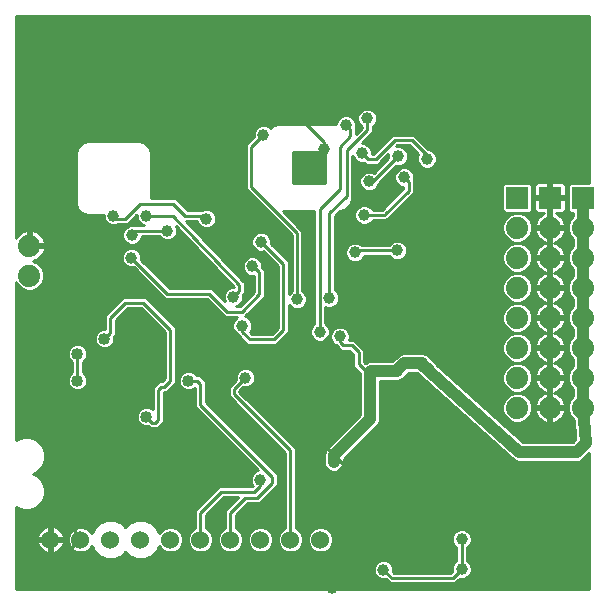
<source format=gbl>
G75*
%MOIN*%
%OFA0B0*%
%FSLAX25Y25*%
%IPPOS*%
%LPD*%
%AMOC8*
5,1,8,0,0,1.08239X$1,22.5*
%
%ADD10R,0.07400X0.07400*%
%ADD11C,0.07400*%
%ADD12C,0.06000*%
%ADD13C,0.01000*%
%ADD14C,0.03962*%
%ADD15C,0.04000*%
%ADD16C,0.04000*%
D10*
X0261400Y0206800D03*
X0272300Y0206800D03*
X0283200Y0206800D03*
D11*
X0283200Y0196800D03*
X0283200Y0186800D03*
X0283200Y0176800D03*
X0283200Y0166800D03*
X0283200Y0156800D03*
X0283200Y0146800D03*
X0283200Y0136800D03*
X0272300Y0136800D03*
X0272300Y0146800D03*
X0272300Y0156800D03*
X0272300Y0166800D03*
X0272300Y0176800D03*
X0272300Y0186800D03*
X0272300Y0196800D03*
X0261400Y0196800D03*
X0261400Y0186800D03*
X0261400Y0176800D03*
X0261400Y0166800D03*
X0261400Y0156800D03*
X0261400Y0146800D03*
X0261400Y0136800D03*
X0098800Y0180800D03*
X0098800Y0190800D03*
D12*
X0105800Y0092800D03*
X0115800Y0092800D03*
X0125800Y0092800D03*
X0135800Y0092800D03*
X0145800Y0092800D03*
X0155800Y0092800D03*
X0165800Y0092800D03*
X0175800Y0092800D03*
X0185800Y0092800D03*
X0195800Y0092800D03*
D13*
X0094300Y0103556D02*
X0094300Y0076300D01*
X0285300Y0076300D01*
X0285300Y0121533D01*
X0283069Y0119302D01*
X0281856Y0118800D01*
X0262178Y0118800D01*
X0261615Y0118768D01*
X0261525Y0118800D01*
X0261429Y0118800D01*
X0260908Y0119016D01*
X0260376Y0119202D01*
X0260305Y0119266D01*
X0260216Y0119302D01*
X0259818Y0119701D01*
X0227826Y0148300D01*
X0225167Y0148300D01*
X0224190Y0147324D01*
X0224190Y0147324D01*
X0223742Y0146875D01*
X0223262Y0146395D01*
X0223262Y0146395D01*
X0223122Y0146255D01*
X0223122Y0146255D01*
X0221541Y0145600D01*
X0215500Y0145600D01*
X0215500Y0132244D01*
X0214998Y0131031D01*
X0214069Y0130102D01*
X0203500Y0119533D01*
X0203500Y0118044D01*
X0202998Y0116831D01*
X0202069Y0115902D01*
X0200856Y0115400D01*
X0199544Y0115400D01*
X0198331Y0115902D01*
X0197402Y0116831D01*
X0196900Y0118044D01*
X0196900Y0121142D01*
X0196900Y0121341D01*
X0197555Y0122922D01*
X0197555Y0122922D01*
X0197695Y0123062D01*
X0197695Y0123062D01*
X0198231Y0123598D01*
X0198624Y0123990D01*
X0198624Y0123990D01*
X0208900Y0134267D01*
X0208900Y0148254D01*
X0207754Y0149400D01*
X0206700Y0150454D01*
X0206700Y0154554D01*
X0205454Y0155800D01*
X0202654Y0155800D01*
X0201554Y0156900D01*
X0200944Y0157510D01*
X0200441Y0157718D01*
X0199518Y0158641D01*
X0199019Y0159847D01*
X0199019Y0161153D01*
X0199518Y0162359D01*
X0200441Y0163282D01*
X0201647Y0163781D01*
X0202953Y0163781D01*
X0204159Y0163282D01*
X0205082Y0162359D01*
X0205581Y0161153D01*
X0205581Y0159847D01*
X0205396Y0159400D01*
X0206946Y0159400D01*
X0208000Y0158346D01*
X0210300Y0156046D01*
X0210300Y0151946D01*
X0210689Y0151556D01*
X0210831Y0151698D01*
X0212044Y0152200D01*
X0219733Y0152200D01*
X0221002Y0153469D01*
X0221002Y0153469D01*
X0221931Y0154398D01*
X0223144Y0154900D01*
X0228994Y0154900D01*
X0229557Y0154932D01*
X0229647Y0154900D01*
X0229941Y0154900D01*
X0231522Y0154245D01*
X0231522Y0154245D01*
X0231662Y0154105D01*
X0231662Y0154105D01*
X0232185Y0153581D01*
X0232590Y0153176D01*
X0232590Y0153176D01*
X0234698Y0151069D01*
X0234737Y0150975D01*
X0263346Y0125400D01*
X0279833Y0125400D01*
X0280781Y0126348D01*
X0280239Y0132690D01*
X0278961Y0133968D01*
X0278200Y0135805D01*
X0278200Y0137795D01*
X0278961Y0139632D01*
X0279900Y0140571D01*
X0279900Y0143029D01*
X0278961Y0143968D01*
X0278200Y0145805D01*
X0278200Y0147795D01*
X0278961Y0149632D01*
X0279900Y0150571D01*
X0279900Y0153029D01*
X0278961Y0153968D01*
X0278200Y0155805D01*
X0278200Y0157795D01*
X0278961Y0159632D01*
X0279900Y0160571D01*
X0279900Y0163029D01*
X0278961Y0163968D01*
X0278200Y0165805D01*
X0278200Y0167795D01*
X0278961Y0169632D01*
X0279900Y0170571D01*
X0279900Y0173029D01*
X0278961Y0173968D01*
X0278200Y0175805D01*
X0278200Y0177795D01*
X0278961Y0179632D01*
X0279900Y0180571D01*
X0279900Y0183029D01*
X0278961Y0183968D01*
X0278200Y0185805D01*
X0278200Y0187795D01*
X0278961Y0189632D01*
X0279900Y0190571D01*
X0279900Y0193029D01*
X0278961Y0193968D01*
X0278200Y0195805D01*
X0278200Y0197795D01*
X0278961Y0199632D01*
X0279900Y0200571D01*
X0279900Y0201800D01*
X0278962Y0201800D01*
X0278200Y0202562D01*
X0278200Y0211038D01*
X0278962Y0211800D01*
X0285300Y0211800D01*
X0285300Y0267300D01*
X0094300Y0267300D01*
X0094300Y0193422D01*
X0094353Y0193525D01*
X0094834Y0194188D01*
X0095412Y0194766D01*
X0096075Y0195247D01*
X0096804Y0195619D01*
X0097582Y0195872D01*
X0098300Y0195986D01*
X0098300Y0191300D01*
X0099300Y0191300D01*
X0099300Y0195986D01*
X0100018Y0195872D01*
X0100796Y0195619D01*
X0101525Y0195247D01*
X0102188Y0194766D01*
X0102766Y0194188D01*
X0103247Y0193525D01*
X0103619Y0192796D01*
X0103872Y0192018D01*
X0103986Y0191300D01*
X0099300Y0191300D01*
X0099300Y0190300D01*
X0103986Y0190300D01*
X0103872Y0189582D01*
X0103619Y0188804D01*
X0103247Y0188075D01*
X0102766Y0187412D01*
X0102188Y0186834D01*
X0101525Y0186353D01*
X0100796Y0185981D01*
X0100018Y0185728D01*
X0099982Y0185722D01*
X0101632Y0185039D01*
X0103039Y0183632D01*
X0103800Y0181795D01*
X0103800Y0179805D01*
X0103039Y0177968D01*
X0101632Y0176561D01*
X0099795Y0175800D01*
X0097805Y0175800D01*
X0095968Y0176561D01*
X0094561Y0177968D01*
X0094300Y0178598D01*
X0094300Y0126044D01*
X0096552Y0126977D01*
X0099048Y0126977D01*
X0101353Y0126022D01*
X0103117Y0124258D01*
X0104072Y0121953D01*
X0104072Y0119458D01*
X0103117Y0117153D01*
X0101353Y0115389D01*
X0099931Y0114800D01*
X0101353Y0114211D01*
X0103117Y0112447D01*
X0104072Y0110142D01*
X0104072Y0107647D01*
X0103117Y0105342D01*
X0101353Y0103578D01*
X0099048Y0102623D01*
X0096552Y0102623D01*
X0094300Y0103556D01*
X0094300Y0102754D02*
X0096236Y0102754D01*
X0094300Y0101755D02*
X0154000Y0101755D01*
X0154000Y0102546D02*
X0154000Y0096709D01*
X0153364Y0096445D01*
X0152155Y0095236D01*
X0151500Y0093655D01*
X0151500Y0091945D01*
X0152155Y0090364D01*
X0153364Y0089155D01*
X0154945Y0088500D01*
X0156655Y0088500D01*
X0158236Y0089155D01*
X0159445Y0090364D01*
X0160100Y0091945D01*
X0160100Y0093655D01*
X0159445Y0095236D01*
X0158236Y0096445D01*
X0157600Y0096709D01*
X0157600Y0101054D01*
X0163546Y0107000D01*
X0168454Y0107000D01*
X0165054Y0103600D01*
X0164000Y0102546D01*
X0164000Y0096709D01*
X0163364Y0096445D01*
X0162155Y0095236D01*
X0161500Y0093655D01*
X0161500Y0091945D01*
X0162155Y0090364D01*
X0163364Y0089155D01*
X0164945Y0088500D01*
X0166655Y0088500D01*
X0168236Y0089155D01*
X0169445Y0090364D01*
X0170100Y0091945D01*
X0170100Y0093655D01*
X0169445Y0095236D01*
X0168236Y0096445D01*
X0167600Y0096709D01*
X0167600Y0101054D01*
X0171546Y0105000D01*
X0175546Y0105000D01*
X0176600Y0106054D01*
X0181600Y0111054D01*
X0181600Y0114546D01*
X0180546Y0115600D01*
X0180546Y0115600D01*
X0157600Y0138546D01*
X0157600Y0145546D01*
X0156600Y0146546D01*
X0155546Y0147600D01*
X0154626Y0147600D01*
X0154598Y0147669D01*
X0153669Y0148598D01*
X0152456Y0149100D01*
X0151144Y0149100D01*
X0149931Y0148598D01*
X0149002Y0147669D01*
X0148500Y0146456D01*
X0148500Y0145144D01*
X0149002Y0143931D01*
X0149931Y0143002D01*
X0151144Y0142500D01*
X0152456Y0142500D01*
X0153669Y0143002D01*
X0154000Y0143333D01*
X0154000Y0137054D01*
X0155054Y0136000D01*
X0155054Y0136000D01*
X0175024Y0116030D01*
X0173941Y0115582D01*
X0173018Y0114659D01*
X0172519Y0113453D01*
X0172519Y0112147D01*
X0173018Y0110941D01*
X0173207Y0110753D01*
X0173054Y0110600D01*
X0162054Y0110600D01*
X0154000Y0102546D01*
X0154208Y0102754D02*
X0099364Y0102754D01*
X0101527Y0103752D02*
X0155207Y0103752D01*
X0156205Y0104751D02*
X0102526Y0104751D01*
X0103286Y0105749D02*
X0157204Y0105749D01*
X0158202Y0106748D02*
X0103699Y0106748D01*
X0104072Y0107746D02*
X0159201Y0107746D01*
X0160199Y0108745D02*
X0104072Y0108745D01*
X0104072Y0109743D02*
X0161198Y0109743D01*
X0162800Y0108800D02*
X0155800Y0101800D01*
X0155800Y0092800D01*
X0158854Y0089773D02*
X0162746Y0089773D01*
X0161986Y0090772D02*
X0159614Y0090772D01*
X0160028Y0091770D02*
X0161572Y0091770D01*
X0161500Y0092769D02*
X0160100Y0092769D01*
X0160054Y0093767D02*
X0161546Y0093767D01*
X0161960Y0094766D02*
X0159640Y0094766D01*
X0158917Y0095764D02*
X0162683Y0095764D01*
X0164000Y0096763D02*
X0157600Y0096763D01*
X0157600Y0097761D02*
X0164000Y0097761D01*
X0164000Y0098760D02*
X0157600Y0098760D01*
X0157600Y0099758D02*
X0164000Y0099758D01*
X0164000Y0100757D02*
X0157600Y0100757D01*
X0158301Y0101755D02*
X0164000Y0101755D01*
X0164208Y0102754D02*
X0159299Y0102754D01*
X0160298Y0103752D02*
X0165207Y0103752D01*
X0166205Y0104751D02*
X0161296Y0104751D01*
X0162295Y0105749D02*
X0167204Y0105749D01*
X0168202Y0106748D02*
X0163293Y0106748D01*
X0162800Y0108800D02*
X0173800Y0108800D01*
X0175800Y0110800D01*
X0175800Y0112800D01*
X0172519Y0112739D02*
X0102825Y0112739D01*
X0103410Y0111740D02*
X0172687Y0111740D01*
X0173196Y0110742D02*
X0103823Y0110742D01*
X0101826Y0113737D02*
X0172637Y0113737D01*
X0173096Y0114736D02*
X0100086Y0114736D01*
X0101698Y0115734D02*
X0174311Y0115734D01*
X0174321Y0116733D02*
X0102697Y0116733D01*
X0103357Y0117732D02*
X0173323Y0117732D01*
X0172324Y0118730D02*
X0103770Y0118730D01*
X0104072Y0119729D02*
X0171326Y0119729D01*
X0170327Y0120727D02*
X0104072Y0120727D01*
X0104072Y0121726D02*
X0169329Y0121726D01*
X0168330Y0122724D02*
X0103752Y0122724D01*
X0103339Y0123723D02*
X0167332Y0123723D01*
X0166333Y0124721D02*
X0102654Y0124721D01*
X0101655Y0125720D02*
X0165335Y0125720D01*
X0164336Y0126718D02*
X0099673Y0126718D01*
X0095927Y0126718D02*
X0094300Y0126718D01*
X0094300Y0127717D02*
X0163338Y0127717D01*
X0162339Y0128715D02*
X0094300Y0128715D01*
X0094300Y0129714D02*
X0161341Y0129714D01*
X0160342Y0130712D02*
X0142258Y0130712D01*
X0142546Y0131000D02*
X0143600Y0132054D01*
X0143600Y0142000D01*
X0144546Y0142000D01*
X0146546Y0144000D01*
X0147600Y0145054D01*
X0147600Y0163546D01*
X0146546Y0164600D01*
X0146546Y0164600D01*
X0138600Y0172546D01*
X0137546Y0173600D01*
X0130054Y0173600D01*
X0125054Y0168600D01*
X0124000Y0167546D01*
X0124000Y0163100D01*
X0123144Y0163100D01*
X0121931Y0162598D01*
X0121002Y0161669D01*
X0120500Y0160456D01*
X0120500Y0159144D01*
X0121002Y0157931D01*
X0121931Y0157002D01*
X0123144Y0156500D01*
X0124456Y0156500D01*
X0125669Y0157002D01*
X0126598Y0157931D01*
X0127100Y0159144D01*
X0127100Y0160456D01*
X0127071Y0160526D01*
X0127600Y0161054D01*
X0127600Y0166054D01*
X0131546Y0170000D01*
X0136054Y0170000D01*
X0144000Y0162054D01*
X0144000Y0146546D01*
X0143054Y0145600D01*
X0142054Y0145600D01*
X0141000Y0144546D01*
X0140000Y0143546D01*
X0140000Y0136267D01*
X0139669Y0136598D01*
X0138456Y0137100D01*
X0137144Y0137100D01*
X0135931Y0136598D01*
X0135002Y0135669D01*
X0134500Y0134456D01*
X0134500Y0133144D01*
X0135002Y0131931D01*
X0135931Y0131002D01*
X0137144Y0130500D01*
X0138456Y0130500D01*
X0138526Y0130529D01*
X0139054Y0130000D01*
X0141546Y0130000D01*
X0142546Y0131000D01*
X0143256Y0131711D02*
X0159344Y0131711D01*
X0158345Y0132709D02*
X0143600Y0132709D01*
X0143600Y0133708D02*
X0157347Y0133708D01*
X0156348Y0134706D02*
X0143600Y0134706D01*
X0143600Y0135705D02*
X0155350Y0135705D01*
X0154351Y0136703D02*
X0143600Y0136703D01*
X0143600Y0137702D02*
X0154000Y0137702D01*
X0154000Y0138700D02*
X0143600Y0138700D01*
X0143600Y0139699D02*
X0154000Y0139699D01*
X0154000Y0140697D02*
X0143600Y0140697D01*
X0143600Y0141696D02*
X0154000Y0141696D01*
X0154000Y0142694D02*
X0152925Y0142694D01*
X0150674Y0142694D02*
X0145240Y0142694D01*
X0146238Y0143693D02*
X0149240Y0143693D01*
X0148687Y0144691D02*
X0147237Y0144691D01*
X0147600Y0145690D02*
X0148500Y0145690D01*
X0148596Y0146688D02*
X0147600Y0146688D01*
X0147600Y0147687D02*
X0149020Y0147687D01*
X0150143Y0148685D02*
X0147600Y0148685D01*
X0147600Y0149684D02*
X0169188Y0149684D01*
X0168941Y0149582D02*
X0168018Y0148659D01*
X0167519Y0147453D01*
X0167519Y0146147D01*
X0167543Y0146089D01*
X0165200Y0143746D01*
X0165200Y0140554D01*
X0184000Y0121754D01*
X0184000Y0096709D01*
X0183364Y0096445D01*
X0182155Y0095236D01*
X0181500Y0093655D01*
X0181500Y0091945D01*
X0182155Y0090364D01*
X0183364Y0089155D01*
X0184945Y0088500D01*
X0186655Y0088500D01*
X0188236Y0089155D01*
X0189445Y0090364D01*
X0190100Y0091945D01*
X0190100Y0093655D01*
X0189445Y0095236D01*
X0188236Y0096445D01*
X0187600Y0096709D01*
X0187600Y0123246D01*
X0168800Y0142046D01*
X0168800Y0142254D01*
X0170089Y0143543D01*
X0170147Y0143519D01*
X0171453Y0143519D01*
X0172659Y0144018D01*
X0173582Y0144941D01*
X0174081Y0146147D01*
X0174081Y0147453D01*
X0173582Y0148659D01*
X0172659Y0149582D01*
X0171453Y0150081D01*
X0170147Y0150081D01*
X0168941Y0149582D01*
X0168045Y0148685D02*
X0153457Y0148685D01*
X0154580Y0147687D02*
X0167616Y0147687D01*
X0167519Y0146688D02*
X0156457Y0146688D01*
X0157456Y0145690D02*
X0167144Y0145690D01*
X0166146Y0144691D02*
X0157600Y0144691D01*
X0157600Y0143693D02*
X0165200Y0143693D01*
X0165200Y0142694D02*
X0157600Y0142694D01*
X0157600Y0141696D02*
X0165200Y0141696D01*
X0165200Y0140697D02*
X0157600Y0140697D01*
X0157600Y0139699D02*
X0166056Y0139699D01*
X0167054Y0138700D02*
X0157600Y0138700D01*
X0158444Y0137702D02*
X0168053Y0137702D01*
X0169051Y0136703D02*
X0159442Y0136703D01*
X0160441Y0135705D02*
X0170050Y0135705D01*
X0171048Y0134706D02*
X0161439Y0134706D01*
X0162438Y0133708D02*
X0172047Y0133708D01*
X0173045Y0132709D02*
X0163436Y0132709D01*
X0164435Y0131711D02*
X0174044Y0131711D01*
X0175042Y0130712D02*
X0165433Y0130712D01*
X0166432Y0129714D02*
X0176041Y0129714D01*
X0177039Y0128715D02*
X0167430Y0128715D01*
X0168429Y0127717D02*
X0178038Y0127717D01*
X0179036Y0126718D02*
X0169427Y0126718D01*
X0170426Y0125720D02*
X0180035Y0125720D01*
X0181033Y0124721D02*
X0171424Y0124721D01*
X0172423Y0123723D02*
X0182032Y0123723D01*
X0183030Y0122724D02*
X0173421Y0122724D01*
X0174420Y0121726D02*
X0184000Y0121726D01*
X0184000Y0120727D02*
X0175419Y0120727D01*
X0176417Y0119729D02*
X0184000Y0119729D01*
X0184000Y0118730D02*
X0177416Y0118730D01*
X0178414Y0117732D02*
X0184000Y0117732D01*
X0184000Y0116733D02*
X0179413Y0116733D01*
X0180411Y0115734D02*
X0184000Y0115734D01*
X0184000Y0114736D02*
X0181410Y0114736D01*
X0181600Y0113737D02*
X0184000Y0113737D01*
X0184000Y0112739D02*
X0181600Y0112739D01*
X0181600Y0111740D02*
X0184000Y0111740D01*
X0184000Y0110742D02*
X0181288Y0110742D01*
X0180289Y0109743D02*
X0184000Y0109743D01*
X0184000Y0108745D02*
X0179291Y0108745D01*
X0178292Y0107746D02*
X0184000Y0107746D01*
X0184000Y0106748D02*
X0177293Y0106748D01*
X0176295Y0105749D02*
X0184000Y0105749D01*
X0184000Y0104751D02*
X0171296Y0104751D01*
X0170298Y0103752D02*
X0184000Y0103752D01*
X0184000Y0102754D02*
X0169299Y0102754D01*
X0168301Y0101755D02*
X0184000Y0101755D01*
X0184000Y0100757D02*
X0167600Y0100757D01*
X0167600Y0099758D02*
X0184000Y0099758D01*
X0184000Y0098760D02*
X0167600Y0098760D01*
X0167600Y0097761D02*
X0184000Y0097761D01*
X0184000Y0096763D02*
X0177469Y0096763D01*
X0178236Y0096445D02*
X0176655Y0097100D01*
X0174945Y0097100D01*
X0173364Y0096445D01*
X0172155Y0095236D01*
X0171500Y0093655D01*
X0171500Y0091945D01*
X0172155Y0090364D01*
X0173364Y0089155D01*
X0174945Y0088500D01*
X0176655Y0088500D01*
X0178236Y0089155D01*
X0179445Y0090364D01*
X0180100Y0091945D01*
X0180100Y0093655D01*
X0179445Y0095236D01*
X0178236Y0096445D01*
X0178917Y0095764D02*
X0182683Y0095764D01*
X0181960Y0094766D02*
X0179640Y0094766D01*
X0180054Y0093767D02*
X0181546Y0093767D01*
X0181500Y0092769D02*
X0180100Y0092769D01*
X0180028Y0091770D02*
X0181572Y0091770D01*
X0181986Y0090772D02*
X0179614Y0090772D01*
X0178854Y0089773D02*
X0182746Y0089773D01*
X0184281Y0088775D02*
X0177318Y0088775D01*
X0174281Y0088775D02*
X0167318Y0088775D01*
X0168854Y0089773D02*
X0172746Y0089773D01*
X0171986Y0090772D02*
X0169614Y0090772D01*
X0170028Y0091770D02*
X0171572Y0091770D01*
X0171500Y0092769D02*
X0170100Y0092769D01*
X0170054Y0093767D02*
X0171546Y0093767D01*
X0171960Y0094766D02*
X0169640Y0094766D01*
X0168917Y0095764D02*
X0172683Y0095764D01*
X0174131Y0096763D02*
X0167600Y0096763D01*
X0165800Y0092800D02*
X0165800Y0101800D01*
X0170800Y0106800D01*
X0174800Y0106800D01*
X0179800Y0111800D01*
X0179800Y0113800D01*
X0155800Y0137800D01*
X0155800Y0144800D01*
X0154800Y0145800D01*
X0151800Y0145800D01*
X0145800Y0145800D02*
X0145800Y0162800D01*
X0136800Y0171800D01*
X0130800Y0171800D01*
X0125800Y0166800D01*
X0125800Y0161800D01*
X0123800Y0159800D01*
X0127100Y0159669D02*
X0144000Y0159669D01*
X0144000Y0158670D02*
X0126904Y0158670D01*
X0126339Y0157672D02*
X0144000Y0157672D01*
X0144000Y0156673D02*
X0124875Y0156673D01*
X0122725Y0156673D02*
X0117593Y0156673D01*
X0117598Y0156669D02*
X0116669Y0157598D01*
X0115456Y0158100D01*
X0114144Y0158100D01*
X0112931Y0157598D01*
X0112002Y0156669D01*
X0111500Y0155456D01*
X0111500Y0154144D01*
X0112002Y0152931D01*
X0112931Y0152002D01*
X0113000Y0151974D01*
X0113000Y0148626D01*
X0112931Y0148598D01*
X0112002Y0147669D01*
X0111500Y0146456D01*
X0111500Y0145144D01*
X0112002Y0143931D01*
X0112931Y0143002D01*
X0114144Y0142500D01*
X0115456Y0142500D01*
X0116669Y0143002D01*
X0117598Y0143931D01*
X0118100Y0145144D01*
X0118100Y0146456D01*
X0117598Y0147669D01*
X0116669Y0148598D01*
X0116600Y0148626D01*
X0116600Y0151974D01*
X0116669Y0152002D01*
X0117598Y0152931D01*
X0118100Y0154144D01*
X0118100Y0155456D01*
X0117598Y0156669D01*
X0118009Y0155675D02*
X0144000Y0155675D01*
X0144000Y0154676D02*
X0118100Y0154676D01*
X0117907Y0153678D02*
X0144000Y0153678D01*
X0144000Y0152679D02*
X0117346Y0152679D01*
X0116600Y0151681D02*
X0144000Y0151681D01*
X0144000Y0150682D02*
X0116600Y0150682D01*
X0116600Y0149684D02*
X0144000Y0149684D01*
X0144000Y0148685D02*
X0116600Y0148685D01*
X0117580Y0147687D02*
X0144000Y0147687D01*
X0144000Y0146688D02*
X0118004Y0146688D01*
X0118100Y0145690D02*
X0143144Y0145690D01*
X0142800Y0143800D02*
X0143800Y0143800D01*
X0145800Y0145800D01*
X0142800Y0143800D02*
X0141800Y0142800D01*
X0141800Y0132800D01*
X0140800Y0131800D01*
X0139800Y0131800D01*
X0137800Y0133800D01*
X0134500Y0133708D02*
X0094300Y0133708D01*
X0094300Y0134706D02*
X0134603Y0134706D01*
X0135038Y0135705D02*
X0094300Y0135705D01*
X0094300Y0136703D02*
X0136186Y0136703D01*
X0139414Y0136703D02*
X0140000Y0136703D01*
X0140000Y0137702D02*
X0094300Y0137702D01*
X0094300Y0138700D02*
X0140000Y0138700D01*
X0140000Y0139699D02*
X0094300Y0139699D01*
X0094300Y0140697D02*
X0140000Y0140697D01*
X0140000Y0141696D02*
X0094300Y0141696D01*
X0094300Y0142694D02*
X0113674Y0142694D01*
X0112240Y0143693D02*
X0094300Y0143693D01*
X0094300Y0144691D02*
X0111687Y0144691D01*
X0111500Y0145690D02*
X0094300Y0145690D01*
X0094300Y0146688D02*
X0111596Y0146688D01*
X0112020Y0147687D02*
X0094300Y0147687D01*
X0094300Y0148685D02*
X0113000Y0148685D01*
X0113000Y0149684D02*
X0094300Y0149684D01*
X0094300Y0150682D02*
X0113000Y0150682D01*
X0113000Y0151681D02*
X0094300Y0151681D01*
X0094300Y0152679D02*
X0112254Y0152679D01*
X0111693Y0153678D02*
X0094300Y0153678D01*
X0094300Y0154676D02*
X0111500Y0154676D01*
X0111591Y0155675D02*
X0094300Y0155675D01*
X0094300Y0156673D02*
X0112007Y0156673D01*
X0113110Y0157672D02*
X0094300Y0157672D01*
X0094300Y0158670D02*
X0120696Y0158670D01*
X0120500Y0159669D02*
X0094300Y0159669D01*
X0094300Y0160668D02*
X0120587Y0160668D01*
X0121001Y0161666D02*
X0094300Y0161666D01*
X0094300Y0162665D02*
X0122092Y0162665D01*
X0124000Y0163663D02*
X0094300Y0163663D01*
X0094300Y0164662D02*
X0124000Y0164662D01*
X0124000Y0165660D02*
X0094300Y0165660D01*
X0094300Y0166659D02*
X0124000Y0166659D01*
X0124112Y0167657D02*
X0094300Y0167657D01*
X0094300Y0168656D02*
X0125110Y0168656D01*
X0126109Y0169654D02*
X0094300Y0169654D01*
X0094300Y0170653D02*
X0127107Y0170653D01*
X0128106Y0171651D02*
X0094300Y0171651D01*
X0094300Y0172650D02*
X0129104Y0172650D01*
X0131200Y0169654D02*
X0136400Y0169654D01*
X0137399Y0168656D02*
X0130201Y0168656D01*
X0129203Y0167657D02*
X0138397Y0167657D01*
X0139396Y0166659D02*
X0128204Y0166659D01*
X0127600Y0165660D02*
X0140394Y0165660D01*
X0141393Y0164662D02*
X0127600Y0164662D01*
X0127600Y0163663D02*
X0142391Y0163663D01*
X0143390Y0162665D02*
X0127600Y0162665D01*
X0127600Y0161666D02*
X0144000Y0161666D01*
X0144000Y0160668D02*
X0127213Y0160668D01*
X0121261Y0157672D02*
X0116490Y0157672D01*
X0114800Y0154800D02*
X0114800Y0145800D01*
X0115925Y0142694D02*
X0140000Y0142694D01*
X0140147Y0143693D02*
X0117360Y0143693D01*
X0117913Y0144691D02*
X0141146Y0144691D01*
X0147600Y0150682D02*
X0206700Y0150682D01*
X0206700Y0151681D02*
X0147600Y0151681D01*
X0147600Y0152679D02*
X0206700Y0152679D01*
X0206700Y0153678D02*
X0147600Y0153678D01*
X0147600Y0154676D02*
X0206578Y0154676D01*
X0205579Y0155675D02*
X0147600Y0155675D01*
X0147600Y0156673D02*
X0201781Y0156673D01*
X0200554Y0157672D02*
X0147600Y0157672D01*
X0147600Y0158670D02*
X0170484Y0158670D01*
X0171454Y0157700D02*
X0168954Y0160200D01*
X0167900Y0161254D01*
X0167900Y0161294D01*
X0167841Y0161318D01*
X0166918Y0162241D01*
X0166419Y0163447D01*
X0166419Y0164753D01*
X0166918Y0165959D01*
X0167841Y0166882D01*
X0168127Y0167000D01*
X0164054Y0167000D01*
X0158054Y0173000D01*
X0144054Y0173000D01*
X0143000Y0174054D01*
X0133511Y0183543D01*
X0133453Y0183519D01*
X0132147Y0183519D01*
X0130941Y0184018D01*
X0130018Y0184941D01*
X0129519Y0186147D01*
X0129519Y0187453D01*
X0130018Y0188659D01*
X0130941Y0189582D01*
X0132147Y0190081D01*
X0133453Y0190081D01*
X0134659Y0189582D01*
X0135582Y0188659D01*
X0136081Y0187453D01*
X0136081Y0186147D01*
X0136057Y0186089D01*
X0145546Y0176600D01*
X0159546Y0176600D01*
X0163887Y0172258D01*
X0163519Y0173147D01*
X0163519Y0174453D01*
X0164018Y0175659D01*
X0164941Y0176582D01*
X0166147Y0177081D01*
X0166997Y0177081D01*
X0147786Y0197165D01*
X0148081Y0196453D01*
X0148081Y0195147D01*
X0147582Y0193941D01*
X0146659Y0193018D01*
X0145453Y0192519D01*
X0144147Y0192519D01*
X0142941Y0193018D01*
X0142018Y0193941D01*
X0141994Y0194000D01*
X0136281Y0194000D01*
X0136281Y0193647D01*
X0135782Y0192441D01*
X0134859Y0191518D01*
X0133653Y0191019D01*
X0132347Y0191019D01*
X0131141Y0191518D01*
X0130218Y0192441D01*
X0129719Y0193647D01*
X0129719Y0194953D01*
X0130218Y0196159D01*
X0131141Y0197082D01*
X0132347Y0197581D01*
X0133653Y0197581D01*
X0133711Y0197557D01*
X0133754Y0197600D01*
X0136952Y0197600D01*
X0135941Y0198018D01*
X0135018Y0198941D01*
X0134519Y0200147D01*
X0134519Y0200828D01*
X0134373Y0200828D01*
X0132600Y0199054D01*
X0131546Y0198000D01*
X0128614Y0198000D01*
X0127453Y0197519D01*
X0126147Y0197519D01*
X0124941Y0198018D01*
X0124018Y0198941D01*
X0123519Y0200147D01*
X0123519Y0200828D01*
X0117911Y0200828D01*
X0116221Y0201528D01*
X0114928Y0202821D01*
X0114228Y0204511D01*
X0114228Y0222089D01*
X0114928Y0223779D01*
X0116221Y0225072D01*
X0117911Y0225772D01*
X0135489Y0225772D01*
X0137179Y0225072D01*
X0138472Y0223779D01*
X0139172Y0222089D01*
X0139172Y0206600D01*
X0147546Y0206600D01*
X0148600Y0205546D01*
X0151546Y0202600D01*
X0155986Y0202600D01*
X0157147Y0203081D01*
X0158453Y0203081D01*
X0159659Y0202582D01*
X0160582Y0201659D01*
X0161081Y0200453D01*
X0161081Y0199147D01*
X0160582Y0197941D01*
X0159659Y0197018D01*
X0158453Y0196519D01*
X0157147Y0196519D01*
X0155941Y0197018D01*
X0155018Y0197941D01*
X0154580Y0199000D01*
X0151013Y0199000D01*
X0170087Y0179059D01*
X0170600Y0178546D01*
X0170600Y0178522D01*
X0170616Y0178505D01*
X0170600Y0177780D01*
X0170600Y0175054D01*
X0170057Y0174511D01*
X0170081Y0174453D01*
X0170081Y0173147D01*
X0169582Y0171941D01*
X0168659Y0171018D01*
X0167648Y0170600D01*
X0168954Y0170600D01*
X0173600Y0175246D01*
X0173600Y0180619D01*
X0172447Y0180619D01*
X0171241Y0181118D01*
X0170318Y0182041D01*
X0169819Y0183247D01*
X0169819Y0184553D01*
X0170318Y0185759D01*
X0171241Y0186682D01*
X0172447Y0187181D01*
X0173753Y0187181D01*
X0174959Y0186682D01*
X0175882Y0185759D01*
X0176381Y0184553D01*
X0176381Y0183464D01*
X0177200Y0182646D01*
X0177200Y0173754D01*
X0176146Y0172700D01*
X0170688Y0167242D01*
X0171559Y0166882D01*
X0172482Y0165959D01*
X0172981Y0164753D01*
X0172981Y0163447D01*
X0172482Y0162241D01*
X0172243Y0162003D01*
X0172946Y0161300D01*
X0179554Y0161300D01*
X0181600Y0163346D01*
X0181600Y0183954D01*
X0176711Y0188843D01*
X0176653Y0188819D01*
X0175347Y0188819D01*
X0174141Y0189318D01*
X0173218Y0190241D01*
X0172719Y0191447D01*
X0172719Y0192753D01*
X0173218Y0193959D01*
X0174141Y0194882D01*
X0175347Y0195381D01*
X0176653Y0195381D01*
X0177859Y0194882D01*
X0178782Y0193959D01*
X0179281Y0192753D01*
X0179281Y0191447D01*
X0179257Y0191389D01*
X0184146Y0186500D01*
X0185200Y0185446D01*
X0185200Y0174714D01*
X0185218Y0174759D01*
X0186141Y0175682D01*
X0186200Y0175706D01*
X0186200Y0194254D01*
X0170900Y0209554D01*
X0170900Y0224446D01*
X0171954Y0225500D01*
X0171954Y0225500D01*
X0173543Y0227089D01*
X0173519Y0227147D01*
X0173519Y0228453D01*
X0174018Y0229659D01*
X0174941Y0230582D01*
X0176147Y0231081D01*
X0177453Y0231081D01*
X0178659Y0230582D01*
X0179126Y0230114D01*
X0179553Y0230541D01*
X0181243Y0231241D01*
X0201019Y0231241D01*
X0201019Y0231653D01*
X0201518Y0232859D01*
X0202441Y0233782D01*
X0203647Y0234281D01*
X0204953Y0234281D01*
X0206159Y0233782D01*
X0207082Y0232859D01*
X0207581Y0231653D01*
X0207581Y0230347D01*
X0207557Y0230289D01*
X0207600Y0230246D01*
X0207600Y0228146D01*
X0209600Y0230146D01*
X0209600Y0230394D01*
X0209541Y0230418D01*
X0208618Y0231341D01*
X0208119Y0232547D01*
X0208119Y0233853D01*
X0208618Y0235059D01*
X0209541Y0235982D01*
X0210747Y0236481D01*
X0212053Y0236481D01*
X0213259Y0235982D01*
X0214182Y0235059D01*
X0214681Y0233853D01*
X0214681Y0232547D01*
X0214182Y0231341D01*
X0213259Y0230418D01*
X0213200Y0230394D01*
X0213200Y0228654D01*
X0209527Y0224981D01*
X0210253Y0224981D01*
X0211459Y0224482D01*
X0212382Y0223559D01*
X0212881Y0222353D01*
X0212881Y0221400D01*
X0213454Y0221400D01*
X0218800Y0226746D01*
X0219854Y0227800D01*
X0226946Y0227800D01*
X0231764Y0222981D01*
X0231953Y0222981D01*
X0233159Y0222482D01*
X0234082Y0221559D01*
X0234581Y0220353D01*
X0234581Y0219047D01*
X0234082Y0217841D01*
X0233159Y0216918D01*
X0231953Y0216419D01*
X0230647Y0216419D01*
X0229441Y0216918D01*
X0228518Y0217841D01*
X0228019Y0219047D01*
X0228019Y0220353D01*
X0228395Y0221260D01*
X0225454Y0224200D01*
X0221346Y0224200D01*
X0221012Y0223866D01*
X0221047Y0223881D01*
X0222353Y0223881D01*
X0223559Y0223382D01*
X0224482Y0222459D01*
X0224981Y0221253D01*
X0224981Y0219947D01*
X0224482Y0218741D01*
X0223559Y0217818D01*
X0222353Y0217319D01*
X0221047Y0217319D01*
X0220989Y0217343D01*
X0215281Y0211636D01*
X0215281Y0211547D01*
X0214782Y0210341D01*
X0213859Y0209418D01*
X0212653Y0208919D01*
X0211347Y0208919D01*
X0210141Y0209418D01*
X0209218Y0210341D01*
X0208719Y0211547D01*
X0208719Y0212853D01*
X0209218Y0214059D01*
X0210141Y0214982D01*
X0211347Y0215481D01*
X0212653Y0215481D01*
X0213630Y0215076D01*
X0218443Y0219889D01*
X0218419Y0219947D01*
X0218419Y0221253D01*
X0218434Y0221288D01*
X0216000Y0218854D01*
X0214946Y0217800D01*
X0210954Y0217800D01*
X0210311Y0218443D01*
X0210253Y0218419D01*
X0208947Y0218419D01*
X0207741Y0218918D01*
X0206818Y0219841D01*
X0206441Y0220753D01*
X0206441Y0206043D01*
X0205741Y0204353D01*
X0204447Y0203059D01*
X0202757Y0202359D01*
X0202205Y0202359D01*
X0200600Y0200754D01*
X0200600Y0176106D01*
X0200659Y0176082D01*
X0201582Y0175159D01*
X0202081Y0173953D01*
X0202081Y0172647D01*
X0201582Y0171441D01*
X0200659Y0170518D01*
X0199453Y0170019D01*
X0198147Y0170019D01*
X0197400Y0170328D01*
X0197400Y0164906D01*
X0197459Y0164882D01*
X0198382Y0163959D01*
X0198881Y0162753D01*
X0198881Y0161447D01*
X0198382Y0160241D01*
X0197459Y0159318D01*
X0196253Y0158819D01*
X0194947Y0158819D01*
X0193741Y0159318D01*
X0192818Y0160241D01*
X0192319Y0161447D01*
X0192319Y0162753D01*
X0192818Y0163959D01*
X0193741Y0164882D01*
X0193800Y0164906D01*
X0193800Y0202359D01*
X0183187Y0202359D01*
X0188746Y0196800D01*
X0189800Y0195746D01*
X0189800Y0175706D01*
X0189859Y0175682D01*
X0190782Y0174759D01*
X0191281Y0173553D01*
X0191281Y0172247D01*
X0190782Y0171041D01*
X0189859Y0170118D01*
X0188653Y0169619D01*
X0187347Y0169619D01*
X0186141Y0170118D01*
X0185218Y0171041D01*
X0185200Y0171086D01*
X0185200Y0161854D01*
X0182100Y0158754D01*
X0181046Y0157700D01*
X0171454Y0157700D01*
X0172200Y0159500D02*
X0169700Y0162000D01*
X0169700Y0164100D01*
X0167494Y0161666D02*
X0147600Y0161666D01*
X0147600Y0160668D02*
X0168487Y0160668D01*
X0169485Y0159669D02*
X0147600Y0159669D01*
X0147600Y0162665D02*
X0166743Y0162665D01*
X0166419Y0163663D02*
X0147483Y0163663D01*
X0146484Y0164662D02*
X0166419Y0164662D01*
X0166795Y0165660D02*
X0145486Y0165660D01*
X0144487Y0166659D02*
X0167618Y0166659D01*
X0169700Y0168800D02*
X0164800Y0168800D01*
X0158800Y0174800D01*
X0144800Y0174800D01*
X0132800Y0186800D01*
X0129733Y0185630D02*
X0100204Y0185630D01*
X0101906Y0186629D02*
X0129519Y0186629D01*
X0129591Y0187627D02*
X0102922Y0187627D01*
X0103528Y0188626D02*
X0130005Y0188626D01*
X0131045Y0189624D02*
X0103879Y0189624D01*
X0103935Y0191621D02*
X0131038Y0191621D01*
X0130144Y0192620D02*
X0103676Y0192620D01*
X0103180Y0193618D02*
X0129731Y0193618D01*
X0129719Y0194617D02*
X0102337Y0194617D01*
X0100803Y0195615D02*
X0129993Y0195615D01*
X0130674Y0196614D02*
X0094300Y0196614D01*
X0094300Y0197612D02*
X0125922Y0197612D01*
X0127678Y0197612D02*
X0136922Y0197612D01*
X0135349Y0198611D02*
X0132157Y0198611D01*
X0133155Y0199609D02*
X0134742Y0199609D01*
X0134519Y0200608D02*
X0134154Y0200608D01*
X0130800Y0199800D02*
X0135800Y0204800D01*
X0146800Y0204800D01*
X0150800Y0200800D01*
X0156800Y0200800D01*
X0157800Y0199800D01*
X0160859Y0198611D02*
X0181843Y0198611D01*
X0180845Y0199609D02*
X0161081Y0199609D01*
X0161017Y0200608D02*
X0179846Y0200608D01*
X0178848Y0201606D02*
X0160603Y0201606D01*
X0159602Y0202605D02*
X0177849Y0202605D01*
X0176851Y0203603D02*
X0150542Y0203603D01*
X0151541Y0202605D02*
X0155998Y0202605D01*
X0154741Y0198611D02*
X0151385Y0198611D01*
X0152340Y0197612D02*
X0155347Y0197612D01*
X0156918Y0196614D02*
X0153295Y0196614D01*
X0154250Y0195615D02*
X0184839Y0195615D01*
X0185838Y0194617D02*
X0178123Y0194617D01*
X0178922Y0193618D02*
X0186200Y0193618D01*
X0186200Y0192620D02*
X0179281Y0192620D01*
X0179281Y0191621D02*
X0186200Y0191621D01*
X0186200Y0190623D02*
X0180023Y0190623D01*
X0181021Y0189624D02*
X0186200Y0189624D01*
X0186200Y0188626D02*
X0182020Y0188626D01*
X0183018Y0187627D02*
X0186200Y0187627D01*
X0186200Y0186629D02*
X0184017Y0186629D01*
X0185015Y0185630D02*
X0186200Y0185630D01*
X0186200Y0184632D02*
X0185200Y0184632D01*
X0185200Y0183633D02*
X0186200Y0183633D01*
X0186200Y0182635D02*
X0185200Y0182635D01*
X0185200Y0181636D02*
X0186200Y0181636D01*
X0186200Y0180638D02*
X0185200Y0180638D01*
X0185200Y0179639D02*
X0186200Y0179639D01*
X0186200Y0178641D02*
X0185200Y0178641D01*
X0185200Y0177642D02*
X0186200Y0177642D01*
X0186200Y0176644D02*
X0185200Y0176644D01*
X0185200Y0175645D02*
X0186105Y0175645D01*
X0188000Y0172900D02*
X0188000Y0195000D01*
X0172700Y0210300D01*
X0172700Y0223700D01*
X0176800Y0227800D01*
X0173519Y0227568D02*
X0094300Y0227568D01*
X0094300Y0228566D02*
X0173566Y0228566D01*
X0173980Y0229565D02*
X0094300Y0229565D01*
X0094300Y0230563D02*
X0174923Y0230563D01*
X0178677Y0230563D02*
X0179607Y0230563D01*
X0174400Y0234900D02*
X0171200Y0238100D01*
X0164100Y0238100D01*
X0174400Y0234900D02*
X0186986Y0234900D01*
X0187693Y0234607D02*
X0197000Y0225300D01*
X0197100Y0225059D02*
X0197100Y0222900D01*
X0197244Y0222044D02*
X0186756Y0222044D01*
X0186756Y0211556D01*
X0197244Y0211556D01*
X0197244Y0222044D01*
X0197244Y0221577D02*
X0186756Y0221577D01*
X0186756Y0220578D02*
X0197244Y0220578D01*
X0197244Y0219580D02*
X0186756Y0219580D01*
X0186756Y0218581D02*
X0197244Y0218581D01*
X0197244Y0217583D02*
X0186756Y0217583D01*
X0186756Y0216584D02*
X0197244Y0216584D01*
X0197244Y0215586D02*
X0186756Y0215586D01*
X0186756Y0214587D02*
X0197244Y0214587D01*
X0197244Y0213589D02*
X0186756Y0213589D01*
X0186756Y0212590D02*
X0197244Y0212590D01*
X0197244Y0211592D02*
X0186756Y0211592D01*
X0183939Y0201606D02*
X0193800Y0201606D01*
X0193800Y0200608D02*
X0184938Y0200608D01*
X0185936Y0199609D02*
X0193800Y0199609D01*
X0193800Y0198611D02*
X0186935Y0198611D01*
X0187933Y0197612D02*
X0193800Y0197612D01*
X0193800Y0196614D02*
X0188932Y0196614D01*
X0189800Y0195615D02*
X0193800Y0195615D01*
X0193800Y0194617D02*
X0189800Y0194617D01*
X0189800Y0193618D02*
X0193800Y0193618D01*
X0193800Y0192620D02*
X0189800Y0192620D01*
X0189800Y0191621D02*
X0193800Y0191621D01*
X0193800Y0190623D02*
X0189800Y0190623D01*
X0189800Y0189624D02*
X0193800Y0189624D01*
X0193800Y0188626D02*
X0189800Y0188626D01*
X0189800Y0187627D02*
X0193800Y0187627D01*
X0193800Y0186629D02*
X0189800Y0186629D01*
X0189800Y0185630D02*
X0193800Y0185630D01*
X0193800Y0184632D02*
X0189800Y0184632D01*
X0189800Y0183633D02*
X0193800Y0183633D01*
X0193800Y0182635D02*
X0189800Y0182635D01*
X0189800Y0181636D02*
X0193800Y0181636D01*
X0193800Y0180638D02*
X0189800Y0180638D01*
X0189800Y0179639D02*
X0193800Y0179639D01*
X0193800Y0178641D02*
X0189800Y0178641D01*
X0189800Y0177642D02*
X0193800Y0177642D01*
X0193800Y0176644D02*
X0189800Y0176644D01*
X0189895Y0175645D02*
X0193800Y0175645D01*
X0193800Y0174647D02*
X0190828Y0174647D01*
X0191242Y0173648D02*
X0193800Y0173648D01*
X0193800Y0172650D02*
X0191281Y0172650D01*
X0191034Y0171651D02*
X0193800Y0171651D01*
X0193800Y0170653D02*
X0190393Y0170653D01*
X0188738Y0169654D02*
X0193800Y0169654D01*
X0193800Y0168656D02*
X0185200Y0168656D01*
X0185200Y0169654D02*
X0187262Y0169654D01*
X0185607Y0170653D02*
X0185200Y0170653D01*
X0185200Y0167657D02*
X0193800Y0167657D01*
X0193800Y0166659D02*
X0185200Y0166659D01*
X0185200Y0165660D02*
X0193800Y0165660D01*
X0193521Y0164662D02*
X0185200Y0164662D01*
X0185200Y0163663D02*
X0192696Y0163663D01*
X0192319Y0162665D02*
X0185200Y0162665D01*
X0185012Y0161666D02*
X0192319Y0161666D01*
X0192642Y0160668D02*
X0184013Y0160668D01*
X0183015Y0159669D02*
X0193391Y0159669D01*
X0195600Y0162100D02*
X0195600Y0202900D01*
X0196600Y0203900D01*
X0197950Y0205250D01*
X0202300Y0209600D01*
X0202300Y0223800D01*
X0205800Y0227300D01*
X0205800Y0229500D01*
X0204300Y0231000D01*
X0201395Y0232560D02*
X0094300Y0232560D01*
X0094300Y0231562D02*
X0201019Y0231562D01*
X0202219Y0233559D02*
X0094300Y0233559D01*
X0094300Y0234557D02*
X0208411Y0234557D01*
X0208119Y0233559D02*
X0206381Y0233559D01*
X0207205Y0232560D02*
X0208119Y0232560D01*
X0208527Y0231562D02*
X0207581Y0231562D01*
X0207581Y0230563D02*
X0209397Y0230563D01*
X0209019Y0229565D02*
X0207600Y0229565D01*
X0207600Y0228566D02*
X0208021Y0228566D01*
X0211400Y0229400D02*
X0204600Y0222600D01*
X0204600Y0207300D01*
X0198800Y0201500D01*
X0198800Y0173300D01*
X0201095Y0175645D02*
X0256466Y0175645D01*
X0256400Y0175805D02*
X0257161Y0173968D01*
X0258568Y0172561D01*
X0260405Y0171800D01*
X0258568Y0171039D01*
X0257161Y0169632D01*
X0256400Y0167795D01*
X0256400Y0165805D01*
X0257161Y0163968D01*
X0258568Y0162561D01*
X0260405Y0161800D01*
X0258568Y0161039D01*
X0257161Y0159632D01*
X0256400Y0157795D01*
X0256400Y0155805D01*
X0257161Y0153968D01*
X0258568Y0152561D01*
X0260405Y0151800D01*
X0258568Y0151039D01*
X0257161Y0149632D01*
X0256400Y0147795D01*
X0256400Y0145805D01*
X0257161Y0143968D01*
X0258568Y0142561D01*
X0260405Y0141800D01*
X0258568Y0141039D01*
X0257161Y0139632D01*
X0256400Y0137795D01*
X0256400Y0135805D01*
X0257161Y0133968D01*
X0258568Y0132561D01*
X0260405Y0131800D01*
X0262395Y0131800D01*
X0264232Y0132561D01*
X0265639Y0133968D01*
X0266400Y0135805D01*
X0266400Y0137795D01*
X0265639Y0139632D01*
X0264232Y0141039D01*
X0262395Y0141800D01*
X0260405Y0141800D01*
X0262395Y0141800D01*
X0264232Y0142561D01*
X0265639Y0143968D01*
X0266400Y0145805D01*
X0266400Y0147795D01*
X0265639Y0149632D01*
X0264232Y0151039D01*
X0262395Y0151800D01*
X0260405Y0151800D01*
X0262395Y0151800D01*
X0264232Y0152561D01*
X0265639Y0153968D01*
X0266400Y0155805D01*
X0266400Y0157795D01*
X0265639Y0159632D01*
X0264232Y0161039D01*
X0262395Y0161800D01*
X0260405Y0161800D01*
X0262395Y0161800D01*
X0264232Y0162561D01*
X0265639Y0163968D01*
X0266400Y0165805D01*
X0266400Y0167795D01*
X0265639Y0169632D01*
X0264232Y0171039D01*
X0262395Y0171800D01*
X0260405Y0171800D01*
X0262395Y0171800D01*
X0264232Y0172561D01*
X0265639Y0173968D01*
X0266400Y0175805D01*
X0266400Y0177795D01*
X0265639Y0179632D01*
X0264232Y0181039D01*
X0262395Y0181800D01*
X0260405Y0181800D01*
X0258568Y0181039D01*
X0257161Y0179632D01*
X0256400Y0177795D01*
X0256400Y0175805D01*
X0256400Y0176644D02*
X0200600Y0176644D01*
X0200600Y0177642D02*
X0256400Y0177642D01*
X0256750Y0178641D02*
X0200600Y0178641D01*
X0200600Y0179639D02*
X0257168Y0179639D01*
X0258167Y0180638D02*
X0200600Y0180638D01*
X0200600Y0181636D02*
X0260010Y0181636D01*
X0260405Y0181800D02*
X0262395Y0181800D01*
X0264232Y0182561D01*
X0265639Y0183968D01*
X0266400Y0185805D01*
X0266400Y0187795D01*
X0265639Y0189632D01*
X0264232Y0191039D01*
X0262395Y0191800D01*
X0260405Y0191800D01*
X0258568Y0191039D01*
X0257161Y0189632D01*
X0256400Y0187795D01*
X0256400Y0185805D01*
X0257161Y0183968D01*
X0258568Y0182561D01*
X0260405Y0181800D01*
X0258494Y0182635D02*
X0200600Y0182635D01*
X0200600Y0183633D02*
X0257496Y0183633D01*
X0256886Y0184632D02*
X0200600Y0184632D01*
X0200600Y0185630D02*
X0205654Y0185630D01*
X0205441Y0185718D02*
X0206647Y0185219D01*
X0207953Y0185219D01*
X0209159Y0185718D01*
X0210082Y0186641D01*
X0210396Y0187400D01*
X0218594Y0187400D01*
X0218618Y0187341D01*
X0219541Y0186418D01*
X0220747Y0185919D01*
X0222053Y0185919D01*
X0223259Y0186418D01*
X0224182Y0187341D01*
X0224681Y0188547D01*
X0224681Y0189853D01*
X0224182Y0191059D01*
X0223259Y0191982D01*
X0222053Y0192481D01*
X0220747Y0192481D01*
X0219541Y0191982D01*
X0218618Y0191059D01*
X0218594Y0191000D01*
X0209440Y0191000D01*
X0209159Y0191282D01*
X0207953Y0191781D01*
X0206647Y0191781D01*
X0205441Y0191282D01*
X0204518Y0190359D01*
X0204019Y0189153D01*
X0204019Y0187847D01*
X0204518Y0186641D01*
X0205441Y0185718D01*
X0204531Y0186629D02*
X0200600Y0186629D01*
X0200600Y0187627D02*
X0204110Y0187627D01*
X0204019Y0188626D02*
X0200600Y0188626D01*
X0200600Y0189624D02*
X0204214Y0189624D01*
X0204783Y0190623D02*
X0200600Y0190623D01*
X0200600Y0191621D02*
X0206262Y0191621D01*
X0208338Y0191621D02*
X0219181Y0191621D01*
X0221400Y0189200D02*
X0208000Y0189200D01*
X0207300Y0188500D01*
X0208946Y0185630D02*
X0256473Y0185630D01*
X0256400Y0186629D02*
X0223469Y0186629D01*
X0224300Y0187627D02*
X0256400Y0187627D01*
X0256744Y0188626D02*
X0224681Y0188626D01*
X0224681Y0189624D02*
X0257158Y0189624D01*
X0258152Y0190623D02*
X0224362Y0190623D01*
X0223619Y0191621D02*
X0259974Y0191621D01*
X0260405Y0191800D02*
X0262395Y0191800D01*
X0264232Y0192561D01*
X0265639Y0193968D01*
X0266400Y0195805D01*
X0266400Y0197795D01*
X0265639Y0199632D01*
X0264232Y0201039D01*
X0262395Y0201800D01*
X0260405Y0201800D01*
X0258568Y0201039D01*
X0257161Y0199632D01*
X0256400Y0197795D01*
X0256400Y0195805D01*
X0257161Y0193968D01*
X0258568Y0192561D01*
X0260405Y0191800D01*
X0258509Y0192620D02*
X0200600Y0192620D01*
X0200600Y0193618D02*
X0257511Y0193618D01*
X0256892Y0194617D02*
X0200600Y0194617D01*
X0200600Y0195615D02*
X0256479Y0195615D01*
X0256400Y0196614D02*
X0200600Y0196614D01*
X0200600Y0197612D02*
X0256400Y0197612D01*
X0256738Y0198611D02*
X0212651Y0198611D01*
X0212259Y0198218D02*
X0213182Y0199141D01*
X0213206Y0199200D01*
X0217431Y0199200D01*
X0217565Y0199333D01*
X0217950Y0199493D01*
X0218138Y0199493D01*
X0218903Y0200258D01*
X0219193Y0200547D01*
X0219193Y0200547D01*
X0225946Y0207300D01*
X0227000Y0208354D01*
X0227000Y0212846D01*
X0226957Y0212889D01*
X0226981Y0212947D01*
X0226981Y0214253D01*
X0226482Y0215459D01*
X0225559Y0216382D01*
X0224353Y0216881D01*
X0223047Y0216881D01*
X0221841Y0216382D01*
X0220918Y0215459D01*
X0220419Y0214253D01*
X0220419Y0212947D01*
X0220918Y0211741D01*
X0221841Y0210818D01*
X0223047Y0210319D01*
X0223400Y0210319D01*
X0223400Y0209846D01*
X0216354Y0202800D01*
X0213206Y0202800D01*
X0213182Y0202859D01*
X0212259Y0203782D01*
X0211053Y0204281D01*
X0209747Y0204281D01*
X0208541Y0203782D01*
X0207618Y0202859D01*
X0207119Y0201653D01*
X0207119Y0200347D01*
X0207618Y0199141D01*
X0208541Y0198218D01*
X0209747Y0197719D01*
X0211053Y0197719D01*
X0212259Y0198218D01*
X0210400Y0201000D02*
X0216686Y0201000D01*
X0217393Y0201293D02*
X0225200Y0209100D01*
X0225200Y0212100D01*
X0223700Y0213600D01*
X0226981Y0213589D02*
X0285300Y0213589D01*
X0285300Y0214587D02*
X0226843Y0214587D01*
X0226355Y0215586D02*
X0285300Y0215586D01*
X0285300Y0216584D02*
X0232352Y0216584D01*
X0233823Y0217583D02*
X0285300Y0217583D01*
X0285300Y0218581D02*
X0234388Y0218581D01*
X0234581Y0219580D02*
X0285300Y0219580D01*
X0285300Y0220578D02*
X0234488Y0220578D01*
X0234063Y0221577D02*
X0285300Y0221577D01*
X0285300Y0222575D02*
X0232933Y0222575D01*
X0231172Y0223574D02*
X0285300Y0223574D01*
X0285300Y0224572D02*
X0230173Y0224572D01*
X0229175Y0225571D02*
X0285300Y0225571D01*
X0285300Y0226569D02*
X0228176Y0226569D01*
X0227178Y0227568D02*
X0285300Y0227568D01*
X0285300Y0228566D02*
X0213112Y0228566D01*
X0213200Y0229565D02*
X0285300Y0229565D01*
X0285300Y0230563D02*
X0213403Y0230563D01*
X0214273Y0231562D02*
X0285300Y0231562D01*
X0285300Y0232560D02*
X0214681Y0232560D01*
X0214681Y0233559D02*
X0285300Y0233559D01*
X0285300Y0234557D02*
X0214389Y0234557D01*
X0213684Y0235556D02*
X0285300Y0235556D01*
X0285300Y0236554D02*
X0094300Y0236554D01*
X0094300Y0235556D02*
X0209116Y0235556D01*
X0211400Y0233200D02*
X0211400Y0229400D01*
X0212113Y0227568D02*
X0219622Y0227568D01*
X0218624Y0226569D02*
X0211115Y0226569D01*
X0210116Y0225571D02*
X0217625Y0225571D01*
X0216627Y0224572D02*
X0211240Y0224572D01*
X0212366Y0223574D02*
X0215628Y0223574D01*
X0214630Y0222575D02*
X0212789Y0222575D01*
X0212881Y0221577D02*
X0213631Y0221577D01*
X0214200Y0219600D02*
X0211700Y0219600D01*
X0209600Y0221700D01*
X0206513Y0220578D02*
X0206441Y0220578D01*
X0206441Y0219580D02*
X0207080Y0219580D01*
X0206441Y0218581D02*
X0208556Y0218581D01*
X0206441Y0217583D02*
X0216137Y0217583D01*
X0215727Y0218581D02*
X0217136Y0218581D01*
X0216725Y0219580D02*
X0218134Y0219580D01*
X0218419Y0220578D02*
X0217724Y0220578D01*
X0214200Y0219600D02*
X0220600Y0226000D01*
X0226200Y0226000D01*
X0231300Y0220900D01*
X0231300Y0219700D01*
X0228019Y0219580D02*
X0224829Y0219580D01*
X0224981Y0220578D02*
X0228112Y0220578D01*
X0228078Y0221577D02*
X0224847Y0221577D01*
X0224365Y0222575D02*
X0227079Y0222575D01*
X0226081Y0223574D02*
X0223095Y0223574D01*
X0221700Y0220600D02*
X0213300Y0212200D01*
X0212000Y0212200D01*
X0209747Y0214587D02*
X0206441Y0214587D01*
X0206441Y0213589D02*
X0209024Y0213589D01*
X0208719Y0212590D02*
X0206441Y0212590D01*
X0206441Y0211592D02*
X0208719Y0211592D01*
X0209114Y0210593D02*
X0206441Y0210593D01*
X0206441Y0209595D02*
X0209965Y0209595D01*
X0206441Y0208596D02*
X0222150Y0208596D01*
X0221152Y0207598D02*
X0206441Y0207598D01*
X0206441Y0206599D02*
X0220153Y0206599D01*
X0219155Y0205601D02*
X0206258Y0205601D01*
X0205844Y0204602D02*
X0218156Y0204602D01*
X0217158Y0203603D02*
X0212437Y0203603D01*
X0216686Y0201000D02*
X0216746Y0201002D01*
X0216807Y0201007D01*
X0216866Y0201016D01*
X0216925Y0201029D01*
X0216984Y0201045D01*
X0217041Y0201065D01*
X0217096Y0201088D01*
X0217151Y0201115D01*
X0217203Y0201144D01*
X0217254Y0201177D01*
X0217303Y0201213D01*
X0217349Y0201251D01*
X0217393Y0201293D01*
X0218255Y0199609D02*
X0257152Y0199609D01*
X0258137Y0200608D02*
X0219254Y0200608D01*
X0220252Y0201606D02*
X0259938Y0201606D01*
X0257162Y0201800D02*
X0265638Y0201800D01*
X0266400Y0202562D01*
X0266400Y0211038D01*
X0265638Y0211800D01*
X0257162Y0211800D01*
X0256400Y0211038D01*
X0256400Y0202562D01*
X0257162Y0201800D01*
X0256400Y0202605D02*
X0221251Y0202605D01*
X0222249Y0203603D02*
X0256400Y0203603D01*
X0256400Y0204602D02*
X0223248Y0204602D01*
X0224246Y0205601D02*
X0256400Y0205601D01*
X0256400Y0206599D02*
X0225245Y0206599D01*
X0225946Y0207300D02*
X0225946Y0207300D01*
X0226243Y0207598D02*
X0256400Y0207598D01*
X0256400Y0208596D02*
X0227000Y0208596D01*
X0227000Y0209595D02*
X0256400Y0209595D01*
X0256400Y0210593D02*
X0227000Y0210593D01*
X0227000Y0211592D02*
X0256953Y0211592D01*
X0262862Y0201606D02*
X0268378Y0201606D01*
X0268403Y0201600D02*
X0270267Y0201600D01*
X0269575Y0201247D01*
X0268912Y0200766D01*
X0268334Y0200188D01*
X0267853Y0199525D01*
X0267481Y0198796D01*
X0267228Y0198018D01*
X0267114Y0197300D01*
X0271800Y0197300D01*
X0271800Y0201986D01*
X0271800Y0206300D01*
X0267100Y0206300D01*
X0267100Y0202903D01*
X0267202Y0202521D01*
X0267400Y0202179D01*
X0267679Y0201900D01*
X0268021Y0201702D01*
X0268403Y0201600D01*
X0268754Y0200608D02*
X0264663Y0200608D01*
X0265648Y0199609D02*
X0267914Y0199609D01*
X0267421Y0198611D02*
X0266062Y0198611D01*
X0266400Y0197612D02*
X0267164Y0197612D01*
X0266400Y0196614D02*
X0271800Y0196614D01*
X0271800Y0196300D02*
X0267114Y0196300D01*
X0267228Y0195582D01*
X0267481Y0194804D01*
X0267853Y0194075D01*
X0268334Y0193412D01*
X0268912Y0192834D01*
X0269575Y0192353D01*
X0270304Y0191981D01*
X0270861Y0191800D01*
X0270304Y0191619D01*
X0269575Y0191247D01*
X0268912Y0190766D01*
X0268334Y0190188D01*
X0267853Y0189525D01*
X0267481Y0188796D01*
X0267228Y0188018D01*
X0267114Y0187300D01*
X0271800Y0187300D01*
X0271800Y0191986D01*
X0271800Y0196300D01*
X0271800Y0197300D01*
X0272800Y0197300D01*
X0277486Y0197300D01*
X0277372Y0198018D01*
X0277119Y0198796D01*
X0276747Y0199525D01*
X0276266Y0200188D01*
X0275688Y0200766D01*
X0275025Y0201247D01*
X0274333Y0201600D01*
X0276197Y0201600D01*
X0276579Y0201702D01*
X0276921Y0201900D01*
X0277200Y0202179D01*
X0277398Y0202521D01*
X0277500Y0202903D01*
X0277500Y0206300D01*
X0272800Y0206300D01*
X0272800Y0207300D01*
X0271800Y0207300D01*
X0271800Y0212000D01*
X0268403Y0212000D01*
X0268021Y0211898D01*
X0267679Y0211700D01*
X0267400Y0211421D01*
X0267202Y0211079D01*
X0267100Y0210697D01*
X0267100Y0207300D01*
X0271800Y0207300D01*
X0271800Y0206300D01*
X0272800Y0206300D01*
X0272800Y0197300D01*
X0272800Y0196300D01*
X0277486Y0196300D01*
X0277372Y0195582D01*
X0277119Y0194804D01*
X0276747Y0194075D01*
X0276266Y0193412D01*
X0275688Y0192834D01*
X0275025Y0192353D01*
X0274296Y0191981D01*
X0273739Y0191800D01*
X0274296Y0191619D01*
X0275025Y0191247D01*
X0275688Y0190766D01*
X0276266Y0190188D01*
X0276747Y0189525D01*
X0277119Y0188796D01*
X0277372Y0188018D01*
X0277486Y0187300D01*
X0272800Y0187300D01*
X0272800Y0186300D01*
X0277486Y0186300D01*
X0277372Y0185582D01*
X0277119Y0184804D01*
X0276747Y0184075D01*
X0276266Y0183412D01*
X0275688Y0182834D01*
X0275025Y0182353D01*
X0274296Y0181981D01*
X0273739Y0181800D01*
X0274296Y0181619D01*
X0275025Y0181247D01*
X0275688Y0180766D01*
X0276266Y0180188D01*
X0276747Y0179525D01*
X0277119Y0178796D01*
X0277372Y0178018D01*
X0277486Y0177300D01*
X0272800Y0177300D01*
X0272800Y0176300D01*
X0277486Y0176300D01*
X0277372Y0175582D01*
X0277119Y0174804D01*
X0276747Y0174075D01*
X0276266Y0173412D01*
X0275688Y0172834D01*
X0275025Y0172353D01*
X0274296Y0171981D01*
X0273739Y0171800D01*
X0274296Y0171619D01*
X0275025Y0171247D01*
X0275688Y0170766D01*
X0276266Y0170188D01*
X0276747Y0169525D01*
X0277119Y0168796D01*
X0277372Y0168018D01*
X0277486Y0167300D01*
X0272800Y0167300D01*
X0272800Y0166300D01*
X0277486Y0166300D01*
X0277372Y0165582D01*
X0277119Y0164804D01*
X0276747Y0164075D01*
X0276266Y0163412D01*
X0275688Y0162834D01*
X0275025Y0162353D01*
X0274296Y0161981D01*
X0273739Y0161800D01*
X0274296Y0161619D01*
X0275025Y0161247D01*
X0275688Y0160766D01*
X0276266Y0160188D01*
X0276747Y0159525D01*
X0277119Y0158796D01*
X0277372Y0158018D01*
X0277486Y0157300D01*
X0272800Y0157300D01*
X0272800Y0156300D01*
X0277486Y0156300D01*
X0277372Y0155582D01*
X0277119Y0154804D01*
X0276747Y0154075D01*
X0276266Y0153412D01*
X0275688Y0152834D01*
X0275025Y0152353D01*
X0274296Y0151981D01*
X0273739Y0151800D01*
X0274296Y0151619D01*
X0275025Y0151247D01*
X0275688Y0150766D01*
X0276266Y0150188D01*
X0276747Y0149525D01*
X0277119Y0148796D01*
X0277372Y0148018D01*
X0277486Y0147300D01*
X0272800Y0147300D01*
X0272800Y0146300D01*
X0277486Y0146300D01*
X0277372Y0145582D01*
X0277119Y0144804D01*
X0276747Y0144075D01*
X0276266Y0143412D01*
X0275688Y0142834D01*
X0275025Y0142353D01*
X0274296Y0141981D01*
X0273739Y0141800D01*
X0274296Y0141619D01*
X0275025Y0141247D01*
X0275688Y0140766D01*
X0276266Y0140188D01*
X0276747Y0139525D01*
X0277119Y0138796D01*
X0277372Y0138018D01*
X0277486Y0137300D01*
X0272800Y0137300D01*
X0272800Y0136300D01*
X0277486Y0136300D01*
X0277372Y0135582D01*
X0277119Y0134804D01*
X0276747Y0134075D01*
X0276266Y0133412D01*
X0275688Y0132834D01*
X0275025Y0132353D01*
X0274296Y0131981D01*
X0273518Y0131728D01*
X0272800Y0131614D01*
X0272800Y0136300D01*
X0271800Y0136300D01*
X0267114Y0136300D01*
X0267228Y0135582D01*
X0267481Y0134804D01*
X0267853Y0134075D01*
X0268334Y0133412D01*
X0268912Y0132834D01*
X0269575Y0132353D01*
X0270304Y0131981D01*
X0271082Y0131728D01*
X0271800Y0131614D01*
X0271800Y0136300D01*
X0271800Y0137300D01*
X0271800Y0141986D01*
X0271800Y0146300D01*
X0267114Y0146300D01*
X0267228Y0145582D01*
X0267481Y0144804D01*
X0267853Y0144075D01*
X0268334Y0143412D01*
X0268912Y0142834D01*
X0269575Y0142353D01*
X0270304Y0141981D01*
X0270861Y0141800D01*
X0270304Y0141619D01*
X0269575Y0141247D01*
X0268912Y0140766D01*
X0268334Y0140188D01*
X0267853Y0139525D01*
X0267481Y0138796D01*
X0267228Y0138018D01*
X0267114Y0137300D01*
X0271800Y0137300D01*
X0272800Y0137300D01*
X0272800Y0146300D01*
X0271800Y0146300D01*
X0271800Y0147300D01*
X0271800Y0151986D01*
X0271800Y0156300D01*
X0267114Y0156300D01*
X0267228Y0155582D01*
X0267481Y0154804D01*
X0267853Y0154075D01*
X0268334Y0153412D01*
X0268912Y0152834D01*
X0269575Y0152353D01*
X0270304Y0151981D01*
X0270861Y0151800D01*
X0270304Y0151619D01*
X0269575Y0151247D01*
X0268912Y0150766D01*
X0268334Y0150188D01*
X0267853Y0149525D01*
X0267481Y0148796D01*
X0267228Y0148018D01*
X0267114Y0147300D01*
X0271800Y0147300D01*
X0272800Y0147300D01*
X0272800Y0156300D01*
X0271800Y0156300D01*
X0271800Y0157300D01*
X0271800Y0161614D01*
X0271800Y0166300D01*
X0267114Y0166300D01*
X0267228Y0165582D01*
X0267481Y0164804D01*
X0267853Y0164075D01*
X0268334Y0163412D01*
X0268912Y0162834D01*
X0269575Y0162353D01*
X0270304Y0161981D01*
X0270861Y0161800D01*
X0270304Y0161619D01*
X0269575Y0161247D01*
X0268912Y0160766D01*
X0268334Y0160188D01*
X0267853Y0159525D01*
X0267481Y0158796D01*
X0267228Y0158018D01*
X0267114Y0157300D01*
X0271800Y0157300D01*
X0272800Y0157300D01*
X0272800Y0166300D01*
X0271800Y0166300D01*
X0271800Y0167300D01*
X0271800Y0171986D01*
X0271800Y0176300D01*
X0267114Y0176300D01*
X0267228Y0175582D01*
X0267481Y0174804D01*
X0267853Y0174075D01*
X0268334Y0173412D01*
X0268912Y0172834D01*
X0269575Y0172353D01*
X0270304Y0171981D01*
X0270861Y0171800D01*
X0270304Y0171619D01*
X0269575Y0171247D01*
X0268912Y0170766D01*
X0268334Y0170188D01*
X0267853Y0169525D01*
X0267481Y0168796D01*
X0267228Y0168018D01*
X0267114Y0167300D01*
X0271800Y0167300D01*
X0272800Y0167300D01*
X0272800Y0176300D01*
X0271800Y0176300D01*
X0271800Y0177300D01*
X0271800Y0181986D01*
X0271800Y0186300D01*
X0267114Y0186300D01*
X0267228Y0185582D01*
X0267481Y0184804D01*
X0267853Y0184075D01*
X0268334Y0183412D01*
X0268912Y0182834D01*
X0269575Y0182353D01*
X0270304Y0181981D01*
X0270861Y0181800D01*
X0270304Y0181619D01*
X0269575Y0181247D01*
X0268912Y0180766D01*
X0268334Y0180188D01*
X0267853Y0179525D01*
X0267481Y0178796D01*
X0267228Y0178018D01*
X0267114Y0177300D01*
X0271800Y0177300D01*
X0272800Y0177300D01*
X0272800Y0186300D01*
X0271800Y0186300D01*
X0271800Y0187300D01*
X0272800Y0187300D01*
X0272800Y0196300D01*
X0271800Y0196300D01*
X0271800Y0195615D02*
X0272800Y0195615D01*
X0272800Y0194617D02*
X0271800Y0194617D01*
X0271800Y0193618D02*
X0272800Y0193618D01*
X0272800Y0192620D02*
X0271800Y0192620D01*
X0271800Y0191621D02*
X0272800Y0191621D01*
X0272800Y0190623D02*
X0271800Y0190623D01*
X0271800Y0189624D02*
X0272800Y0189624D01*
X0272800Y0188626D02*
X0271800Y0188626D01*
X0271800Y0187627D02*
X0272800Y0187627D01*
X0272800Y0186629D02*
X0278200Y0186629D01*
X0278200Y0187627D02*
X0277434Y0187627D01*
X0277174Y0188626D02*
X0278544Y0188626D01*
X0278958Y0189624D02*
X0276676Y0189624D01*
X0275831Y0190623D02*
X0279900Y0190623D01*
X0279900Y0191621D02*
X0274289Y0191621D01*
X0275393Y0192620D02*
X0279900Y0192620D01*
X0279311Y0193618D02*
X0276416Y0193618D01*
X0277024Y0194617D02*
X0278692Y0194617D01*
X0278279Y0195615D02*
X0277377Y0195615D01*
X0278200Y0196614D02*
X0272800Y0196614D01*
X0272800Y0197612D02*
X0271800Y0197612D01*
X0271800Y0198611D02*
X0272800Y0198611D01*
X0272800Y0199609D02*
X0271800Y0199609D01*
X0271800Y0200608D02*
X0272800Y0200608D01*
X0272800Y0201606D02*
X0271800Y0201606D01*
X0271800Y0202605D02*
X0272800Y0202605D01*
X0272800Y0203603D02*
X0271800Y0203603D01*
X0271800Y0204602D02*
X0272800Y0204602D01*
X0272800Y0205601D02*
X0271800Y0205601D01*
X0271800Y0206599D02*
X0266400Y0206599D01*
X0266400Y0205601D02*
X0267100Y0205601D01*
X0267100Y0204602D02*
X0266400Y0204602D01*
X0266400Y0203603D02*
X0267100Y0203603D01*
X0267180Y0202605D02*
X0266400Y0202605D01*
X0266400Y0207598D02*
X0267100Y0207598D01*
X0267100Y0208596D02*
X0266400Y0208596D01*
X0266400Y0209595D02*
X0267100Y0209595D01*
X0267100Y0210593D02*
X0266400Y0210593D01*
X0265847Y0211592D02*
X0267570Y0211592D01*
X0271800Y0211592D02*
X0272800Y0211592D01*
X0272800Y0212000D02*
X0272800Y0207300D01*
X0277500Y0207300D01*
X0277500Y0210697D01*
X0277398Y0211079D01*
X0277200Y0211421D01*
X0276921Y0211700D01*
X0276579Y0211898D01*
X0276197Y0212000D01*
X0272800Y0212000D01*
X0272800Y0210593D02*
X0271800Y0210593D01*
X0271800Y0209595D02*
X0272800Y0209595D01*
X0272800Y0208596D02*
X0271800Y0208596D01*
X0271800Y0207598D02*
X0272800Y0207598D01*
X0272800Y0206599D02*
X0278200Y0206599D01*
X0278200Y0205601D02*
X0277500Y0205601D01*
X0277500Y0204602D02*
X0278200Y0204602D01*
X0278200Y0203603D02*
X0277500Y0203603D01*
X0277420Y0202605D02*
X0278200Y0202605D01*
X0279900Y0201606D02*
X0276222Y0201606D01*
X0275846Y0200608D02*
X0279900Y0200608D01*
X0278952Y0199609D02*
X0276686Y0199609D01*
X0277179Y0198611D02*
X0278538Y0198611D01*
X0278200Y0197612D02*
X0277436Y0197612D01*
X0270311Y0191621D02*
X0262826Y0191621D01*
X0264291Y0192620D02*
X0269207Y0192620D01*
X0268184Y0193618D02*
X0265289Y0193618D01*
X0265908Y0194617D02*
X0267576Y0194617D01*
X0267223Y0195615D02*
X0266321Y0195615D01*
X0264648Y0190623D02*
X0268769Y0190623D01*
X0267924Y0189624D02*
X0265642Y0189624D01*
X0266056Y0188626D02*
X0267426Y0188626D01*
X0267166Y0187627D02*
X0266400Y0187627D01*
X0266400Y0186629D02*
X0271800Y0186629D01*
X0271800Y0185630D02*
X0272800Y0185630D01*
X0272800Y0184632D02*
X0271800Y0184632D01*
X0271800Y0183633D02*
X0272800Y0183633D01*
X0272800Y0182635D02*
X0271800Y0182635D01*
X0271800Y0181636D02*
X0272800Y0181636D01*
X0272800Y0180638D02*
X0271800Y0180638D01*
X0271800Y0179639D02*
X0272800Y0179639D01*
X0272800Y0178641D02*
X0271800Y0178641D01*
X0271800Y0177642D02*
X0272800Y0177642D01*
X0272800Y0176644D02*
X0278200Y0176644D01*
X0278200Y0177642D02*
X0277431Y0177642D01*
X0277170Y0178641D02*
X0278550Y0178641D01*
X0278968Y0179639D02*
X0276665Y0179639D01*
X0275816Y0180638D02*
X0279900Y0180638D01*
X0279900Y0181636D02*
X0274243Y0181636D01*
X0275414Y0182635D02*
X0279900Y0182635D01*
X0279296Y0183633D02*
X0276427Y0183633D01*
X0277031Y0184632D02*
X0278686Y0184632D01*
X0278273Y0185630D02*
X0277380Y0185630D01*
X0270357Y0181636D02*
X0262790Y0181636D01*
X0264306Y0182635D02*
X0269186Y0182635D01*
X0268173Y0183633D02*
X0265304Y0183633D01*
X0265914Y0184632D02*
X0267569Y0184632D01*
X0267220Y0185630D02*
X0266327Y0185630D01*
X0264633Y0180638D02*
X0268784Y0180638D01*
X0267935Y0179639D02*
X0265632Y0179639D01*
X0266050Y0178641D02*
X0267430Y0178641D01*
X0267169Y0177642D02*
X0266400Y0177642D01*
X0266400Y0176644D02*
X0271800Y0176644D01*
X0271800Y0175645D02*
X0272800Y0175645D01*
X0272800Y0174647D02*
X0271800Y0174647D01*
X0271800Y0173648D02*
X0272800Y0173648D01*
X0272800Y0172650D02*
X0271800Y0172650D01*
X0271800Y0171651D02*
X0272800Y0171651D01*
X0272800Y0170653D02*
X0271800Y0170653D01*
X0271800Y0169654D02*
X0272800Y0169654D01*
X0272800Y0168656D02*
X0271800Y0168656D01*
X0271800Y0167657D02*
X0272800Y0167657D01*
X0272800Y0166659D02*
X0278200Y0166659D01*
X0278200Y0167657D02*
X0277429Y0167657D01*
X0277165Y0168656D02*
X0278557Y0168656D01*
X0278983Y0169654D02*
X0276654Y0169654D01*
X0275801Y0170653D02*
X0279900Y0170653D01*
X0279900Y0171651D02*
X0274197Y0171651D01*
X0275434Y0172650D02*
X0279900Y0172650D01*
X0279281Y0173648D02*
X0276438Y0173648D01*
X0277039Y0174647D02*
X0278680Y0174647D01*
X0278266Y0175645D02*
X0277382Y0175645D01*
X0270403Y0171651D02*
X0262754Y0171651D01*
X0264321Y0172650D02*
X0269166Y0172650D01*
X0268162Y0173648D02*
X0265319Y0173648D01*
X0265920Y0174647D02*
X0267561Y0174647D01*
X0267218Y0175645D02*
X0266334Y0175645D01*
X0264618Y0170653D02*
X0268799Y0170653D01*
X0267946Y0169654D02*
X0265617Y0169654D01*
X0266043Y0168656D02*
X0267435Y0168656D01*
X0267171Y0167657D02*
X0266400Y0167657D01*
X0266400Y0166659D02*
X0271800Y0166659D01*
X0271800Y0165660D02*
X0272800Y0165660D01*
X0272800Y0164662D02*
X0271800Y0164662D01*
X0271800Y0163663D02*
X0272800Y0163663D01*
X0272800Y0162665D02*
X0271800Y0162665D01*
X0271800Y0161666D02*
X0272800Y0161666D01*
X0272800Y0160668D02*
X0271800Y0160668D01*
X0271800Y0159669D02*
X0272800Y0159669D01*
X0272800Y0158670D02*
X0271800Y0158670D01*
X0271800Y0157672D02*
X0272800Y0157672D01*
X0272800Y0156673D02*
X0278200Y0156673D01*
X0278200Y0157672D02*
X0277427Y0157672D01*
X0277160Y0158670D02*
X0278563Y0158670D01*
X0278998Y0159669D02*
X0276643Y0159669D01*
X0275786Y0160668D02*
X0279900Y0160668D01*
X0279900Y0161666D02*
X0274151Y0161666D01*
X0275455Y0162665D02*
X0279900Y0162665D01*
X0279266Y0163663D02*
X0276448Y0163663D01*
X0277046Y0164662D02*
X0278674Y0164662D01*
X0278260Y0165660D02*
X0277384Y0165660D01*
X0270449Y0161666D02*
X0262718Y0161666D01*
X0264336Y0162665D02*
X0269145Y0162665D01*
X0268152Y0163663D02*
X0265334Y0163663D01*
X0265926Y0164662D02*
X0267553Y0164662D01*
X0267216Y0165660D02*
X0266340Y0165660D01*
X0264604Y0160668D02*
X0268814Y0160668D01*
X0267957Y0159669D02*
X0265602Y0159669D01*
X0266037Y0158670D02*
X0267440Y0158670D01*
X0267173Y0157672D02*
X0266400Y0157672D01*
X0266400Y0156673D02*
X0271800Y0156673D01*
X0271800Y0155675D02*
X0272800Y0155675D01*
X0272800Y0154676D02*
X0271800Y0154676D01*
X0271800Y0153678D02*
X0272800Y0153678D01*
X0272800Y0152679D02*
X0271800Y0152679D01*
X0271800Y0151681D02*
X0272800Y0151681D01*
X0272800Y0150682D02*
X0271800Y0150682D01*
X0271800Y0149684D02*
X0272800Y0149684D01*
X0272800Y0148685D02*
X0271800Y0148685D01*
X0271800Y0147687D02*
X0272800Y0147687D01*
X0272800Y0146688D02*
X0278200Y0146688D01*
X0278200Y0147687D02*
X0277424Y0147687D01*
X0277155Y0148685D02*
X0278569Y0148685D01*
X0279013Y0149684D02*
X0276632Y0149684D01*
X0275771Y0150682D02*
X0279900Y0150682D01*
X0279900Y0151681D02*
X0274106Y0151681D01*
X0275475Y0152679D02*
X0279900Y0152679D01*
X0279251Y0153678D02*
X0276459Y0153678D01*
X0277054Y0154676D02*
X0278668Y0154676D01*
X0278254Y0155675D02*
X0277387Y0155675D01*
X0270494Y0151681D02*
X0262682Y0151681D01*
X0264350Y0152679D02*
X0269125Y0152679D01*
X0268141Y0153678D02*
X0265349Y0153678D01*
X0265932Y0154676D02*
X0267546Y0154676D01*
X0267213Y0155675D02*
X0266346Y0155675D01*
X0264589Y0150682D02*
X0268828Y0150682D01*
X0267968Y0149684D02*
X0265587Y0149684D01*
X0266031Y0148685D02*
X0267445Y0148685D01*
X0267176Y0147687D02*
X0266400Y0147687D01*
X0266400Y0146688D02*
X0271800Y0146688D01*
X0271800Y0145690D02*
X0272800Y0145690D01*
X0272800Y0144691D02*
X0271800Y0144691D01*
X0271800Y0143693D02*
X0272800Y0143693D01*
X0272800Y0142694D02*
X0271800Y0142694D01*
X0271800Y0141696D02*
X0272800Y0141696D01*
X0272800Y0140697D02*
X0271800Y0140697D01*
X0271800Y0139699D02*
X0272800Y0139699D01*
X0272800Y0138700D02*
X0271800Y0138700D01*
X0271800Y0137702D02*
X0272800Y0137702D01*
X0272800Y0136703D02*
X0278200Y0136703D01*
X0278200Y0137702D02*
X0277422Y0137702D01*
X0277150Y0138700D02*
X0278575Y0138700D01*
X0279028Y0139699D02*
X0276621Y0139699D01*
X0275757Y0140697D02*
X0279900Y0140697D01*
X0279900Y0141696D02*
X0274060Y0141696D01*
X0275496Y0142694D02*
X0279900Y0142694D01*
X0279236Y0143693D02*
X0276470Y0143693D01*
X0277062Y0144691D02*
X0278661Y0144691D01*
X0278248Y0145690D02*
X0277389Y0145690D01*
X0270540Y0141696D02*
X0262646Y0141696D01*
X0264365Y0142694D02*
X0269104Y0142694D01*
X0268130Y0143693D02*
X0265364Y0143693D01*
X0265939Y0144691D02*
X0267538Y0144691D01*
X0267211Y0145690D02*
X0266352Y0145690D01*
X0264574Y0140697D02*
X0268843Y0140697D01*
X0267979Y0139699D02*
X0265572Y0139699D01*
X0266025Y0138700D02*
X0267450Y0138700D01*
X0267178Y0137702D02*
X0266400Y0137702D01*
X0266400Y0136703D02*
X0271800Y0136703D01*
X0271800Y0135705D02*
X0272800Y0135705D01*
X0272800Y0134706D02*
X0271800Y0134706D01*
X0271800Y0133708D02*
X0272800Y0133708D01*
X0272800Y0132709D02*
X0271800Y0132709D01*
X0271800Y0131711D02*
X0272800Y0131711D01*
X0273408Y0131711D02*
X0280323Y0131711D01*
X0280408Y0130712D02*
X0257403Y0130712D01*
X0256286Y0131711D02*
X0271192Y0131711D01*
X0269084Y0132709D02*
X0264380Y0132709D01*
X0265379Y0133708D02*
X0268119Y0133708D01*
X0267531Y0134706D02*
X0265945Y0134706D01*
X0266358Y0135705D02*
X0267209Y0135705D01*
X0275516Y0132709D02*
X0280220Y0132709D01*
X0279221Y0133708D02*
X0276481Y0133708D01*
X0277069Y0134706D02*
X0278655Y0134706D01*
X0278242Y0135705D02*
X0277391Y0135705D01*
X0280494Y0129714D02*
X0258520Y0129714D01*
X0259637Y0128715D02*
X0280579Y0128715D01*
X0280664Y0127717D02*
X0260754Y0127717D01*
X0261871Y0126718D02*
X0280750Y0126718D01*
X0280153Y0125720D02*
X0262988Y0125720D01*
X0258670Y0120727D02*
X0204694Y0120727D01*
X0203695Y0119729D02*
X0259787Y0119729D01*
X0257553Y0121726D02*
X0205692Y0121726D01*
X0206691Y0122724D02*
X0256436Y0122724D01*
X0255319Y0123723D02*
X0207689Y0123723D01*
X0208688Y0124721D02*
X0254202Y0124721D01*
X0253085Y0125720D02*
X0209687Y0125720D01*
X0210685Y0126718D02*
X0251968Y0126718D01*
X0250851Y0127717D02*
X0211684Y0127717D01*
X0212682Y0128715D02*
X0249734Y0128715D01*
X0248617Y0129714D02*
X0213681Y0129714D01*
X0214679Y0130712D02*
X0247500Y0130712D01*
X0246383Y0131711D02*
X0215279Y0131711D01*
X0215500Y0132709D02*
X0245266Y0132709D01*
X0244149Y0133708D02*
X0215500Y0133708D01*
X0215500Y0134706D02*
X0243032Y0134706D01*
X0241915Y0135705D02*
X0215500Y0135705D01*
X0215500Y0136703D02*
X0240798Y0136703D01*
X0239681Y0137702D02*
X0215500Y0137702D01*
X0215500Y0138700D02*
X0238565Y0138700D01*
X0237448Y0139699D02*
X0215500Y0139699D01*
X0215500Y0140697D02*
X0236331Y0140697D01*
X0235214Y0141696D02*
X0215500Y0141696D01*
X0215500Y0142694D02*
X0234097Y0142694D01*
X0232980Y0143693D02*
X0215500Y0143693D01*
X0215500Y0144691D02*
X0231863Y0144691D01*
X0230746Y0145690D02*
X0221758Y0145690D01*
X0223555Y0146688D02*
X0229629Y0146688D01*
X0228512Y0147687D02*
X0224554Y0147687D01*
X0220213Y0152679D02*
X0210300Y0152679D01*
X0210300Y0153678D02*
X0221211Y0153678D01*
X0222604Y0154676D02*
X0210300Y0154676D01*
X0210300Y0155675D02*
X0256454Y0155675D01*
X0256400Y0156673D02*
X0209672Y0156673D01*
X0208674Y0157672D02*
X0256400Y0157672D01*
X0256763Y0158670D02*
X0207675Y0158670D01*
X0206200Y0157600D02*
X0203400Y0157600D01*
X0202300Y0158700D01*
X0202300Y0160500D01*
X0199232Y0161666D02*
X0198881Y0161666D01*
X0198881Y0162665D02*
X0199824Y0162665D01*
X0198504Y0163663D02*
X0201362Y0163663D01*
X0203238Y0163663D02*
X0257466Y0163663D01*
X0256874Y0164662D02*
X0197679Y0164662D01*
X0197400Y0165660D02*
X0256460Y0165660D01*
X0256400Y0166659D02*
X0197400Y0166659D01*
X0197400Y0167657D02*
X0256400Y0167657D01*
X0256757Y0168656D02*
X0197400Y0168656D01*
X0197400Y0169654D02*
X0257183Y0169654D01*
X0258182Y0170653D02*
X0200793Y0170653D01*
X0201668Y0171651D02*
X0260046Y0171651D01*
X0258479Y0172650D02*
X0202081Y0172650D01*
X0202081Y0173648D02*
X0257481Y0173648D01*
X0256880Y0174647D02*
X0201794Y0174647D01*
X0206500Y0165400D02*
X0207000Y0165400D01*
X0223800Y0182200D01*
X0225900Y0184300D01*
X0225900Y0201600D01*
X0224200Y0203300D01*
X0223149Y0209595D02*
X0214035Y0209595D01*
X0214886Y0210593D02*
X0222385Y0210593D01*
X0221068Y0211592D02*
X0215281Y0211592D01*
X0216236Y0212590D02*
X0220567Y0212590D01*
X0220419Y0213589D02*
X0217234Y0213589D01*
X0218233Y0214587D02*
X0220557Y0214587D01*
X0221045Y0215586D02*
X0219231Y0215586D01*
X0220230Y0216584D02*
X0222330Y0216584D01*
X0222989Y0217583D02*
X0228777Y0217583D01*
X0228212Y0218581D02*
X0224321Y0218581D01*
X0225070Y0216584D02*
X0230248Y0216584D01*
X0227000Y0212590D02*
X0285300Y0212590D01*
X0278753Y0211592D02*
X0277030Y0211592D01*
X0277500Y0210593D02*
X0278200Y0210593D01*
X0278200Y0209595D02*
X0277500Y0209595D01*
X0277500Y0208596D02*
X0278200Y0208596D01*
X0278200Y0207598D02*
X0277500Y0207598D01*
X0285300Y0237553D02*
X0094300Y0237553D01*
X0094300Y0238551D02*
X0285300Y0238551D01*
X0285300Y0239550D02*
X0094300Y0239550D01*
X0094300Y0240548D02*
X0285300Y0240548D01*
X0285300Y0241547D02*
X0094300Y0241547D01*
X0094300Y0242545D02*
X0285300Y0242545D01*
X0285300Y0243544D02*
X0094300Y0243544D01*
X0094300Y0244542D02*
X0285300Y0244542D01*
X0285300Y0245541D02*
X0094300Y0245541D01*
X0094300Y0246539D02*
X0285300Y0246539D01*
X0285300Y0247538D02*
X0094300Y0247538D01*
X0094300Y0248537D02*
X0285300Y0248537D01*
X0285300Y0249535D02*
X0094300Y0249535D01*
X0094300Y0250534D02*
X0285300Y0250534D01*
X0285300Y0251532D02*
X0094300Y0251532D01*
X0094300Y0252531D02*
X0285300Y0252531D01*
X0285300Y0253529D02*
X0094300Y0253529D01*
X0094300Y0254528D02*
X0285300Y0254528D01*
X0285300Y0255526D02*
X0094300Y0255526D01*
X0094300Y0256525D02*
X0285300Y0256525D01*
X0285300Y0257523D02*
X0094300Y0257523D01*
X0094300Y0258522D02*
X0285300Y0258522D01*
X0285300Y0259520D02*
X0094300Y0259520D01*
X0094300Y0260519D02*
X0285300Y0260519D01*
X0285300Y0261517D02*
X0094300Y0261517D01*
X0094300Y0262516D02*
X0285300Y0262516D01*
X0285300Y0263514D02*
X0094300Y0263514D01*
X0094300Y0264513D02*
X0285300Y0264513D01*
X0285300Y0265511D02*
X0094300Y0265511D01*
X0094300Y0266510D02*
X0285300Y0266510D01*
X0215139Y0216584D02*
X0206441Y0216584D01*
X0206441Y0215586D02*
X0214140Y0215586D01*
X0208363Y0203603D02*
X0204992Y0203603D01*
X0203351Y0202605D02*
X0207513Y0202605D01*
X0207119Y0201606D02*
X0201452Y0201606D01*
X0200600Y0200608D02*
X0207119Y0200608D01*
X0207425Y0199609D02*
X0200600Y0199609D01*
X0200600Y0198611D02*
X0208149Y0198611D01*
X0210069Y0186629D02*
X0219331Y0186629D01*
X0204776Y0162665D02*
X0258464Y0162665D01*
X0260082Y0161666D02*
X0205368Y0161666D01*
X0205581Y0160668D02*
X0258196Y0160668D01*
X0257198Y0159669D02*
X0205507Y0159669D01*
X0206200Y0157600D02*
X0208500Y0155300D01*
X0208500Y0151200D01*
X0212500Y0147200D01*
X0208900Y0147687D02*
X0173984Y0147687D01*
X0174081Y0146688D02*
X0208900Y0146688D01*
X0208900Y0145690D02*
X0173892Y0145690D01*
X0173331Y0144691D02*
X0208900Y0144691D01*
X0208900Y0143693D02*
X0171873Y0143693D01*
X0169240Y0142694D02*
X0208900Y0142694D01*
X0208900Y0141696D02*
X0169150Y0141696D01*
X0170148Y0140697D02*
X0208900Y0140697D01*
X0208900Y0139699D02*
X0171147Y0139699D01*
X0172145Y0138700D02*
X0208900Y0138700D01*
X0208900Y0137702D02*
X0173144Y0137702D01*
X0174142Y0136703D02*
X0208900Y0136703D01*
X0208900Y0135705D02*
X0175141Y0135705D01*
X0176139Y0134706D02*
X0208900Y0134706D01*
X0208341Y0133708D02*
X0177138Y0133708D01*
X0178136Y0132709D02*
X0207342Y0132709D01*
X0206344Y0131711D02*
X0179135Y0131711D01*
X0180133Y0130712D02*
X0205345Y0130712D01*
X0204347Y0129714D02*
X0181132Y0129714D01*
X0182130Y0128715D02*
X0203348Y0128715D01*
X0202350Y0127717D02*
X0183129Y0127717D01*
X0184127Y0126718D02*
X0201351Y0126718D01*
X0200353Y0125720D02*
X0185126Y0125720D01*
X0186124Y0124721D02*
X0199354Y0124721D01*
X0198356Y0123723D02*
X0187123Y0123723D01*
X0187600Y0122724D02*
X0197473Y0122724D01*
X0197059Y0121726D02*
X0187600Y0121726D01*
X0187600Y0120727D02*
X0196900Y0120727D01*
X0196900Y0119729D02*
X0187600Y0119729D01*
X0187600Y0118730D02*
X0196900Y0118730D01*
X0197029Y0117732D02*
X0187600Y0117732D01*
X0187600Y0116733D02*
X0197500Y0116733D01*
X0198736Y0115734D02*
X0187600Y0115734D01*
X0187600Y0114736D02*
X0285300Y0114736D01*
X0285300Y0115734D02*
X0201664Y0115734D01*
X0202900Y0116733D02*
X0285300Y0116733D01*
X0285300Y0117732D02*
X0203371Y0117732D01*
X0203800Y0117800D02*
X0196800Y0124800D01*
X0194800Y0124800D01*
X0203500Y0118730D02*
X0285300Y0118730D01*
X0285300Y0119729D02*
X0283495Y0119729D01*
X0284494Y0120727D02*
X0285300Y0120727D01*
X0285300Y0113737D02*
X0187600Y0113737D01*
X0187600Y0112739D02*
X0285300Y0112739D01*
X0285300Y0111740D02*
X0187600Y0111740D01*
X0187600Y0110742D02*
X0285300Y0110742D01*
X0285300Y0109743D02*
X0187600Y0109743D01*
X0187600Y0108745D02*
X0285300Y0108745D01*
X0285300Y0107746D02*
X0187600Y0107746D01*
X0187600Y0106748D02*
X0285300Y0106748D01*
X0285300Y0105749D02*
X0187600Y0105749D01*
X0187600Y0104751D02*
X0285300Y0104751D01*
X0285300Y0103752D02*
X0187600Y0103752D01*
X0187600Y0102754D02*
X0285300Y0102754D01*
X0285300Y0101755D02*
X0187600Y0101755D01*
X0187600Y0100757D02*
X0285300Y0100757D01*
X0285300Y0099758D02*
X0187600Y0099758D01*
X0187600Y0098760D02*
X0285300Y0098760D01*
X0285300Y0097761D02*
X0187600Y0097761D01*
X0187600Y0096763D02*
X0194131Y0096763D01*
X0193364Y0096445D02*
X0194945Y0097100D01*
X0196655Y0097100D01*
X0198236Y0096445D01*
X0199445Y0095236D01*
X0200100Y0093655D01*
X0200100Y0091945D01*
X0199445Y0090364D01*
X0198236Y0089155D01*
X0196655Y0088500D01*
X0194945Y0088500D01*
X0193364Y0089155D01*
X0192155Y0090364D01*
X0191500Y0091945D01*
X0191500Y0093655D01*
X0192155Y0095236D01*
X0193364Y0096445D01*
X0192683Y0095764D02*
X0188917Y0095764D01*
X0189640Y0094766D02*
X0191960Y0094766D01*
X0191546Y0093767D02*
X0190054Y0093767D01*
X0190100Y0092769D02*
X0191500Y0092769D01*
X0191572Y0091770D02*
X0190028Y0091770D01*
X0189614Y0090772D02*
X0191986Y0090772D01*
X0192746Y0089773D02*
X0188854Y0089773D01*
X0187318Y0088775D02*
X0194281Y0088775D01*
X0197318Y0088775D02*
X0241100Y0088775D01*
X0241100Y0089773D02*
X0198854Y0089773D01*
X0199614Y0090772D02*
X0240488Y0090772D01*
X0240118Y0091141D02*
X0241041Y0090218D01*
X0241100Y0090194D01*
X0241100Y0085806D01*
X0241041Y0085782D01*
X0240118Y0084859D01*
X0239619Y0083653D01*
X0239619Y0082347D01*
X0239643Y0082289D01*
X0239154Y0081800D01*
X0220346Y0081800D01*
X0220057Y0082089D01*
X0220081Y0082147D01*
X0220081Y0083453D01*
X0219582Y0084659D01*
X0218659Y0085582D01*
X0217453Y0086081D01*
X0216147Y0086081D01*
X0214941Y0085582D01*
X0214018Y0084659D01*
X0213519Y0083453D01*
X0213519Y0082147D01*
X0214018Y0080941D01*
X0214941Y0080018D01*
X0216147Y0079519D01*
X0217453Y0079519D01*
X0217511Y0079543D01*
X0218854Y0078200D01*
X0240646Y0078200D01*
X0241700Y0079254D01*
X0242189Y0079743D01*
X0242247Y0079719D01*
X0243553Y0079719D01*
X0244759Y0080218D01*
X0245682Y0081141D01*
X0246181Y0082347D01*
X0246181Y0083653D01*
X0245682Y0084859D01*
X0244759Y0085782D01*
X0244700Y0085806D01*
X0244700Y0090194D01*
X0244759Y0090218D01*
X0245682Y0091141D01*
X0246181Y0092347D01*
X0246181Y0093653D01*
X0245682Y0094859D01*
X0244759Y0095782D01*
X0243553Y0096281D01*
X0242247Y0096281D01*
X0241041Y0095782D01*
X0240118Y0094859D01*
X0239619Y0093653D01*
X0239619Y0092347D01*
X0240118Y0091141D01*
X0239858Y0091770D02*
X0200028Y0091770D01*
X0200100Y0092769D02*
X0239619Y0092769D01*
X0239666Y0093767D02*
X0200054Y0093767D01*
X0199640Y0094766D02*
X0240080Y0094766D01*
X0241024Y0095764D02*
X0198917Y0095764D01*
X0197469Y0096763D02*
X0285300Y0096763D01*
X0285300Y0095764D02*
X0244776Y0095764D01*
X0245720Y0094766D02*
X0285300Y0094766D01*
X0285300Y0093767D02*
X0246134Y0093767D01*
X0246181Y0092769D02*
X0285300Y0092769D01*
X0285300Y0091770D02*
X0245942Y0091770D01*
X0245312Y0090772D02*
X0285300Y0090772D01*
X0285300Y0089773D02*
X0244700Y0089773D01*
X0244700Y0088775D02*
X0285300Y0088775D01*
X0285300Y0087776D02*
X0244700Y0087776D01*
X0244700Y0086778D02*
X0285300Y0086778D01*
X0285300Y0085779D02*
X0244761Y0085779D01*
X0245714Y0084781D02*
X0285300Y0084781D01*
X0285300Y0083782D02*
X0246127Y0083782D01*
X0246181Y0082784D02*
X0285300Y0082784D01*
X0285300Y0081785D02*
X0245948Y0081785D01*
X0245327Y0080787D02*
X0285300Y0080787D01*
X0285300Y0079788D02*
X0243720Y0079788D01*
X0241235Y0078790D02*
X0285300Y0078790D01*
X0285300Y0077791D02*
X0094300Y0077791D01*
X0094300Y0076793D02*
X0285300Y0076793D01*
X0242900Y0083000D02*
X0242900Y0093000D01*
X0241100Y0087776D02*
X0139969Y0087776D01*
X0139482Y0087290D02*
X0141310Y0089118D01*
X0141991Y0090760D01*
X0142155Y0090364D01*
X0143364Y0089155D01*
X0144945Y0088500D01*
X0146655Y0088500D01*
X0148236Y0089155D01*
X0149445Y0090364D01*
X0150100Y0091945D01*
X0150100Y0093655D01*
X0149445Y0095236D01*
X0148236Y0096445D01*
X0146655Y0097100D01*
X0144945Y0097100D01*
X0143364Y0096445D01*
X0142155Y0095236D01*
X0141991Y0094840D01*
X0141310Y0096482D01*
X0139482Y0098310D01*
X0137093Y0099300D01*
X0134507Y0099300D01*
X0132118Y0098310D01*
X0130800Y0096992D01*
X0129482Y0098310D01*
X0127093Y0099300D01*
X0124507Y0099300D01*
X0122118Y0098310D01*
X0120290Y0096482D01*
X0119609Y0094840D01*
X0119445Y0095236D01*
X0118236Y0096445D01*
X0116655Y0097100D01*
X0114945Y0097100D01*
X0113364Y0096445D01*
X0112155Y0095236D01*
X0111500Y0093655D01*
X0111500Y0091945D01*
X0112155Y0090364D01*
X0113364Y0089155D01*
X0114945Y0088500D01*
X0116655Y0088500D01*
X0118236Y0089155D01*
X0119445Y0090364D01*
X0119609Y0090760D01*
X0120290Y0089118D01*
X0122118Y0087290D01*
X0124507Y0086300D01*
X0127093Y0086300D01*
X0129482Y0087290D01*
X0130800Y0088608D01*
X0132118Y0087290D01*
X0134507Y0086300D01*
X0137093Y0086300D01*
X0139482Y0087290D01*
X0138246Y0086778D02*
X0241100Y0086778D01*
X0241039Y0085779D02*
X0218182Y0085779D01*
X0219460Y0084781D02*
X0240086Y0084781D01*
X0239673Y0083782D02*
X0219945Y0083782D01*
X0220081Y0082784D02*
X0239619Y0082784D01*
X0239900Y0080000D02*
X0219600Y0080000D01*
X0216800Y0082800D01*
X0217800Y0081800D01*
X0218265Y0078790D02*
X0094300Y0078790D01*
X0094300Y0079788D02*
X0215497Y0079788D01*
X0214173Y0080787D02*
X0094300Y0080787D01*
X0094300Y0081785D02*
X0213669Y0081785D01*
X0213519Y0082784D02*
X0094300Y0082784D01*
X0094300Y0083782D02*
X0213655Y0083782D01*
X0214140Y0084781D02*
X0094300Y0084781D01*
X0094300Y0085779D02*
X0215418Y0085779D01*
X0206800Y0085800D02*
X0215800Y0094800D01*
X0215800Y0117800D01*
X0203800Y0117800D01*
X0185800Y0122500D02*
X0167000Y0141300D01*
X0167000Y0143000D01*
X0170800Y0146800D01*
X0172412Y0149684D02*
X0207471Y0149684D01*
X0208469Y0148685D02*
X0173555Y0148685D01*
X0172200Y0159500D02*
X0180300Y0159500D01*
X0183400Y0162600D01*
X0183400Y0184700D01*
X0176000Y0192100D01*
X0173835Y0189624D02*
X0159981Y0189624D01*
X0160936Y0188626D02*
X0176929Y0188626D01*
X0177927Y0187627D02*
X0161891Y0187627D01*
X0162846Y0186629D02*
X0171189Y0186629D01*
X0170265Y0185630D02*
X0163801Y0185630D01*
X0164756Y0184632D02*
X0169852Y0184632D01*
X0169819Y0183633D02*
X0165711Y0183633D01*
X0166666Y0182635D02*
X0170073Y0182635D01*
X0170724Y0181636D02*
X0167621Y0181636D01*
X0168576Y0180638D02*
X0172402Y0180638D01*
X0173600Y0179639D02*
X0169532Y0179639D01*
X0170505Y0178641D02*
X0173600Y0178641D01*
X0173600Y0177642D02*
X0170600Y0177642D01*
X0170600Y0176644D02*
X0173600Y0176644D01*
X0173600Y0175645D02*
X0170600Y0175645D01*
X0170192Y0174647D02*
X0173001Y0174647D01*
X0172003Y0173648D02*
X0170081Y0173648D01*
X0169875Y0172650D02*
X0171004Y0172650D01*
X0170006Y0171651D02*
X0169291Y0171651D01*
X0169007Y0170653D02*
X0167775Y0170653D01*
X0169700Y0168800D02*
X0175400Y0174500D01*
X0175400Y0181900D01*
X0173400Y0183900D01*
X0173100Y0183900D01*
X0176381Y0183633D02*
X0181600Y0183633D01*
X0181600Y0182635D02*
X0177200Y0182635D01*
X0177200Y0181636D02*
X0181600Y0181636D01*
X0181600Y0180638D02*
X0177200Y0180638D01*
X0177200Y0179639D02*
X0181600Y0179639D01*
X0181600Y0178641D02*
X0177200Y0178641D01*
X0177200Y0177642D02*
X0181600Y0177642D01*
X0181600Y0176644D02*
X0177200Y0176644D01*
X0177200Y0175645D02*
X0181600Y0175645D01*
X0181600Y0174647D02*
X0177200Y0174647D01*
X0177094Y0173648D02*
X0181600Y0173648D01*
X0181600Y0172650D02*
X0176095Y0172650D01*
X0175097Y0171651D02*
X0181600Y0171651D01*
X0181600Y0170653D02*
X0174098Y0170653D01*
X0173100Y0169654D02*
X0181600Y0169654D01*
X0181600Y0168656D02*
X0172101Y0168656D01*
X0171103Y0167657D02*
X0181600Y0167657D01*
X0181600Y0166659D02*
X0171782Y0166659D01*
X0172605Y0165660D02*
X0181600Y0165660D01*
X0181600Y0164662D02*
X0172981Y0164662D01*
X0172981Y0163663D02*
X0181600Y0163663D01*
X0180919Y0162665D02*
X0172657Y0162665D01*
X0172580Y0161666D02*
X0179920Y0161666D01*
X0182016Y0158670D02*
X0199506Y0158670D01*
X0199093Y0159669D02*
X0197809Y0159669D01*
X0198558Y0160668D02*
X0199019Y0160668D01*
X0210565Y0151681D02*
X0210814Y0151681D01*
X0230481Y0154676D02*
X0256868Y0154676D01*
X0257451Y0153678D02*
X0232089Y0153678D01*
X0233087Y0152679D02*
X0258450Y0152679D01*
X0260118Y0151681D02*
X0234086Y0151681D01*
X0235064Y0150682D02*
X0258211Y0150682D01*
X0257213Y0149684D02*
X0236181Y0149684D01*
X0237298Y0148685D02*
X0256769Y0148685D01*
X0256400Y0147687D02*
X0238415Y0147687D01*
X0239532Y0146688D02*
X0256400Y0146688D01*
X0256448Y0145690D02*
X0240649Y0145690D01*
X0241766Y0144691D02*
X0256861Y0144691D01*
X0257436Y0143693D02*
X0242883Y0143693D01*
X0244000Y0142694D02*
X0258435Y0142694D01*
X0260154Y0141696D02*
X0245117Y0141696D01*
X0246234Y0140697D02*
X0258226Y0140697D01*
X0257228Y0139699D02*
X0247351Y0139699D01*
X0248467Y0138700D02*
X0256775Y0138700D01*
X0256400Y0137702D02*
X0249584Y0137702D01*
X0250701Y0136703D02*
X0256400Y0136703D01*
X0256442Y0135705D02*
X0251818Y0135705D01*
X0252935Y0134706D02*
X0256855Y0134706D01*
X0257421Y0133708D02*
X0254052Y0133708D01*
X0255169Y0132709D02*
X0258420Y0132709D01*
X0242900Y0083000D02*
X0239900Y0080000D01*
X0206800Y0085800D02*
X0199800Y0085800D01*
X0196800Y0082800D01*
X0196800Y0079800D01*
X0199800Y0076800D01*
X0185800Y0092800D02*
X0185800Y0122500D01*
X0154000Y0100757D02*
X0094300Y0100757D01*
X0094300Y0099758D02*
X0154000Y0099758D01*
X0154000Y0098760D02*
X0138397Y0098760D01*
X0140031Y0097761D02*
X0154000Y0097761D01*
X0154000Y0096763D02*
X0147469Y0096763D01*
X0148917Y0095764D02*
X0152683Y0095764D01*
X0151960Y0094766D02*
X0149640Y0094766D01*
X0150054Y0093767D02*
X0151546Y0093767D01*
X0151500Y0092769D02*
X0150100Y0092769D01*
X0150028Y0091770D02*
X0151572Y0091770D01*
X0151986Y0090772D02*
X0149614Y0090772D01*
X0148854Y0089773D02*
X0152746Y0089773D01*
X0154281Y0088775D02*
X0147318Y0088775D01*
X0144281Y0088775D02*
X0140967Y0088775D01*
X0141582Y0089773D02*
X0142746Y0089773D01*
X0142683Y0095764D02*
X0141608Y0095764D01*
X0141030Y0096763D02*
X0144131Y0096763D01*
X0133203Y0098760D02*
X0128397Y0098760D01*
X0130031Y0097761D02*
X0131569Y0097761D01*
X0123203Y0098760D02*
X0094300Y0098760D01*
X0094300Y0097761D02*
X0121569Y0097761D01*
X0120570Y0096763D02*
X0117469Y0096763D01*
X0118917Y0095764D02*
X0119992Y0095764D01*
X0114131Y0096763D02*
X0107935Y0096763D01*
X0108159Y0096649D02*
X0107527Y0096970D01*
X0106854Y0097189D01*
X0106300Y0097277D01*
X0106300Y0093300D01*
X0105300Y0093300D01*
X0105300Y0097277D01*
X0104746Y0097189D01*
X0104073Y0096970D01*
X0103441Y0096649D01*
X0102868Y0096232D01*
X0102368Y0095732D01*
X0101951Y0095159D01*
X0101630Y0094527D01*
X0101411Y0093854D01*
X0101323Y0093300D01*
X0105300Y0093300D01*
X0105300Y0092300D01*
X0101323Y0092300D01*
X0101411Y0091746D01*
X0101630Y0091073D01*
X0101951Y0090441D01*
X0102368Y0089868D01*
X0102868Y0089368D01*
X0103441Y0088951D01*
X0104073Y0088630D01*
X0104746Y0088411D01*
X0105300Y0088323D01*
X0105300Y0092300D01*
X0106300Y0092300D01*
X0106300Y0093300D01*
X0110277Y0093300D01*
X0110189Y0093854D01*
X0109970Y0094527D01*
X0109649Y0095159D01*
X0109232Y0095732D01*
X0108732Y0096232D01*
X0108159Y0096649D01*
X0109200Y0095764D02*
X0112683Y0095764D01*
X0111960Y0094766D02*
X0109849Y0094766D01*
X0110203Y0093767D02*
X0111546Y0093767D01*
X0111500Y0092769D02*
X0106300Y0092769D01*
X0106300Y0092300D02*
X0110277Y0092300D01*
X0110189Y0091746D01*
X0109970Y0091073D01*
X0109649Y0090441D01*
X0109232Y0089868D01*
X0108732Y0089368D01*
X0108159Y0088951D01*
X0107527Y0088630D01*
X0106854Y0088411D01*
X0106300Y0088323D01*
X0106300Y0092300D01*
X0106300Y0091770D02*
X0105300Y0091770D01*
X0105300Y0090772D02*
X0106300Y0090772D01*
X0106300Y0089773D02*
X0105300Y0089773D01*
X0105300Y0088775D02*
X0106300Y0088775D01*
X0107812Y0088775D02*
X0114281Y0088775D01*
X0112746Y0089773D02*
X0109137Y0089773D01*
X0109817Y0090772D02*
X0111986Y0090772D01*
X0111572Y0091770D02*
X0110193Y0091770D01*
X0114100Y0091400D02*
X0106000Y0083300D01*
X0103788Y0088775D02*
X0094300Y0088775D01*
X0094300Y0089773D02*
X0102463Y0089773D01*
X0101783Y0090772D02*
X0094300Y0090772D01*
X0094300Y0091770D02*
X0101407Y0091770D01*
X0101397Y0093767D02*
X0094300Y0093767D01*
X0094300Y0092769D02*
X0105300Y0092769D01*
X0105300Y0093767D02*
X0106300Y0093767D01*
X0106300Y0094766D02*
X0105300Y0094766D01*
X0105300Y0095764D02*
X0106300Y0095764D01*
X0106300Y0096763D02*
X0105300Y0096763D01*
X0103665Y0096763D02*
X0094300Y0096763D01*
X0094300Y0095764D02*
X0102400Y0095764D01*
X0101751Y0094766D02*
X0094300Y0094766D01*
X0094300Y0087776D02*
X0121631Y0087776D01*
X0120633Y0088775D02*
X0117318Y0088775D01*
X0118854Y0089773D02*
X0120018Y0089773D01*
X0123354Y0086778D02*
X0094300Y0086778D01*
X0114100Y0091400D02*
X0114100Y0112800D01*
X0094300Y0131711D02*
X0135222Y0131711D01*
X0134680Y0132709D02*
X0094300Y0132709D01*
X0094300Y0130712D02*
X0136631Y0130712D01*
X0143488Y0167657D02*
X0163397Y0167657D01*
X0162399Y0168656D02*
X0142490Y0168656D01*
X0141491Y0169654D02*
X0161400Y0169654D01*
X0160402Y0170653D02*
X0140493Y0170653D01*
X0139494Y0171651D02*
X0159403Y0171651D01*
X0158405Y0172650D02*
X0138496Y0172650D01*
X0141409Y0175645D02*
X0094300Y0175645D01*
X0094300Y0174647D02*
X0142408Y0174647D01*
X0143406Y0173648D02*
X0094300Y0173648D01*
X0094300Y0176644D02*
X0095885Y0176644D01*
X0094887Y0177642D02*
X0094300Y0177642D01*
X0101715Y0176644D02*
X0140411Y0176644D01*
X0139412Y0177642D02*
X0102713Y0177642D01*
X0103318Y0178641D02*
X0138414Y0178641D01*
X0137415Y0179639D02*
X0103731Y0179639D01*
X0103800Y0180638D02*
X0136417Y0180638D01*
X0135418Y0181636D02*
X0103800Y0181636D01*
X0103452Y0182635D02*
X0134420Y0182635D01*
X0131871Y0183633D02*
X0103038Y0183633D01*
X0102039Y0184632D02*
X0130328Y0184632D01*
X0126800Y0187800D02*
X0145507Y0169093D01*
X0145507Y0168407D01*
X0145300Y0168200D01*
X0145502Y0176644D02*
X0165091Y0176644D01*
X0164013Y0175645D02*
X0160500Y0175645D01*
X0161499Y0174647D02*
X0163599Y0174647D01*
X0163519Y0173648D02*
X0162497Y0173648D01*
X0163496Y0172650D02*
X0163725Y0172650D01*
X0166800Y0173800D02*
X0168800Y0175800D01*
X0168800Y0177800D01*
X0146800Y0200800D01*
X0137800Y0200800D01*
X0134500Y0195800D02*
X0144800Y0195800D01*
X0147861Y0194617D02*
X0150223Y0194617D01*
X0149268Y0195615D02*
X0148081Y0195615D01*
X0148014Y0196614D02*
X0148313Y0196614D01*
X0147259Y0193618D02*
X0151179Y0193618D01*
X0152134Y0192620D02*
X0145696Y0192620D01*
X0143904Y0192620D02*
X0135855Y0192620D01*
X0136269Y0193618D02*
X0142341Y0193618D01*
X0134962Y0191621D02*
X0153089Y0191621D01*
X0154044Y0190623D02*
X0099300Y0190623D01*
X0099300Y0191621D02*
X0098300Y0191621D01*
X0098300Y0192620D02*
X0099300Y0192620D01*
X0099300Y0193618D02*
X0098300Y0193618D01*
X0098300Y0194617D02*
X0099300Y0194617D01*
X0099300Y0195615D02*
X0098300Y0195615D01*
X0096797Y0195615D02*
X0094300Y0195615D01*
X0094300Y0194617D02*
X0095263Y0194617D01*
X0094420Y0193618D02*
X0094300Y0193618D01*
X0094300Y0198611D02*
X0124349Y0198611D01*
X0123742Y0199609D02*
X0094300Y0199609D01*
X0094300Y0200608D02*
X0123519Y0200608D01*
X0126800Y0200800D02*
X0127800Y0199800D01*
X0130800Y0199800D01*
X0134500Y0195800D02*
X0133000Y0194300D01*
X0134555Y0189624D02*
X0154999Y0189624D01*
X0155954Y0188626D02*
X0135595Y0188626D01*
X0136009Y0187627D02*
X0156909Y0187627D01*
X0157864Y0186629D02*
X0136081Y0186629D01*
X0136515Y0185630D02*
X0158819Y0185630D01*
X0159774Y0184632D02*
X0137514Y0184632D01*
X0138512Y0183633D02*
X0160729Y0183633D01*
X0161685Y0182635D02*
X0139511Y0182635D01*
X0140509Y0181636D02*
X0162640Y0181636D01*
X0163595Y0180638D02*
X0141508Y0180638D01*
X0142506Y0179639D02*
X0164550Y0179639D01*
X0165505Y0178641D02*
X0143505Y0178641D01*
X0144503Y0177642D02*
X0166460Y0177642D01*
X0176348Y0184632D02*
X0180923Y0184632D01*
X0179924Y0185630D02*
X0175935Y0185630D01*
X0175011Y0186629D02*
X0178926Y0186629D01*
X0173060Y0190623D02*
X0159026Y0190623D01*
X0158070Y0191621D02*
X0172719Y0191621D01*
X0172719Y0192620D02*
X0157115Y0192620D01*
X0156160Y0193618D02*
X0173078Y0193618D01*
X0173877Y0194617D02*
X0155205Y0194617D01*
X0158682Y0196614D02*
X0183840Y0196614D01*
X0182842Y0197612D02*
X0160253Y0197612D01*
X0149544Y0204602D02*
X0175852Y0204602D01*
X0174854Y0205601D02*
X0148545Y0205601D01*
X0147547Y0206599D02*
X0173855Y0206599D01*
X0172857Y0207598D02*
X0139172Y0207598D01*
X0139172Y0208596D02*
X0171858Y0208596D01*
X0170900Y0209595D02*
X0139172Y0209595D01*
X0139172Y0210593D02*
X0170900Y0210593D01*
X0170900Y0211592D02*
X0139172Y0211592D01*
X0139172Y0212590D02*
X0170900Y0212590D01*
X0170900Y0213589D02*
X0139172Y0213589D01*
X0139172Y0214587D02*
X0170900Y0214587D01*
X0170900Y0215586D02*
X0139172Y0215586D01*
X0139172Y0216584D02*
X0170900Y0216584D01*
X0170900Y0217583D02*
X0139172Y0217583D01*
X0139172Y0218581D02*
X0170900Y0218581D01*
X0170900Y0219580D02*
X0139172Y0219580D01*
X0139172Y0220578D02*
X0170900Y0220578D01*
X0170900Y0221577D02*
X0139172Y0221577D01*
X0138971Y0222575D02*
X0170900Y0222575D01*
X0170900Y0223574D02*
X0138557Y0223574D01*
X0137679Y0224572D02*
X0171027Y0224572D01*
X0172025Y0225571D02*
X0135976Y0225571D01*
X0128800Y0234800D02*
X0139500Y0249100D01*
X0128800Y0234800D02*
X0119800Y0234800D01*
X0117424Y0225571D02*
X0094300Y0225571D01*
X0094300Y0226569D02*
X0173024Y0226569D01*
X0186986Y0234900D02*
X0187046Y0234898D01*
X0187107Y0234893D01*
X0187166Y0234884D01*
X0187225Y0234871D01*
X0187284Y0234855D01*
X0187341Y0234835D01*
X0187396Y0234812D01*
X0187451Y0234785D01*
X0187503Y0234756D01*
X0187554Y0234723D01*
X0187603Y0234687D01*
X0187649Y0234649D01*
X0187693Y0234607D01*
X0197000Y0225300D02*
X0197023Y0225275D01*
X0197043Y0225248D01*
X0197060Y0225220D01*
X0197074Y0225189D01*
X0197085Y0225158D01*
X0197093Y0225126D01*
X0197098Y0225092D01*
X0197100Y0225059D01*
X0126800Y0187800D02*
X0121800Y0187800D01*
X0116800Y0187800D01*
X0110800Y0181800D01*
X0110800Y0172800D01*
X0116142Y0201606D02*
X0094300Y0201606D01*
X0094300Y0202605D02*
X0115144Y0202605D01*
X0114604Y0203603D02*
X0094300Y0203603D01*
X0094300Y0204602D02*
X0114228Y0204602D01*
X0114228Y0205601D02*
X0094300Y0205601D01*
X0094300Y0206599D02*
X0114228Y0206599D01*
X0114228Y0207598D02*
X0094300Y0207598D01*
X0094300Y0208596D02*
X0114228Y0208596D01*
X0114228Y0209595D02*
X0094300Y0209595D01*
X0094300Y0210593D02*
X0114228Y0210593D01*
X0114228Y0211592D02*
X0094300Y0211592D01*
X0094300Y0212590D02*
X0114228Y0212590D01*
X0114228Y0213589D02*
X0094300Y0213589D01*
X0094300Y0214587D02*
X0114228Y0214587D01*
X0114228Y0215586D02*
X0094300Y0215586D01*
X0094300Y0216584D02*
X0114228Y0216584D01*
X0114228Y0217583D02*
X0094300Y0217583D01*
X0094300Y0218581D02*
X0114228Y0218581D01*
X0114228Y0219580D02*
X0094300Y0219580D01*
X0094300Y0220578D02*
X0114228Y0220578D01*
X0114228Y0221577D02*
X0094300Y0221577D01*
X0094300Y0222575D02*
X0114429Y0222575D01*
X0114843Y0223574D02*
X0094300Y0223574D01*
X0094300Y0224572D02*
X0115721Y0224572D01*
X0129969Y0087776D02*
X0131631Y0087776D01*
X0133354Y0086778D02*
X0128246Y0086778D01*
X0157318Y0088775D02*
X0164281Y0088775D01*
D14*
X0175800Y0112800D03*
X0200200Y0118700D03*
X0212200Y0132900D03*
X0212200Y0146900D03*
X0202300Y0160500D03*
X0206500Y0165400D03*
X0198800Y0173300D03*
X0188000Y0172900D03*
X0195600Y0162100D03*
X0207300Y0188500D03*
X0210400Y0201000D03*
X0212000Y0212200D03*
X0209600Y0221700D03*
X0204300Y0231000D03*
X0211400Y0233200D03*
X0221700Y0220600D03*
X0223700Y0213600D03*
X0231300Y0219700D03*
X0224200Y0203300D03*
X0221400Y0189200D03*
X0223800Y0182200D03*
X0231900Y0149200D03*
X0283200Y0136800D03*
X0242900Y0093000D03*
X0242900Y0083000D03*
X0216800Y0082800D03*
X0199800Y0076800D03*
X0170800Y0146800D03*
X0169700Y0164100D03*
X0166800Y0173800D03*
X0173100Y0183900D03*
X0176000Y0192100D03*
X0157800Y0199800D03*
X0144800Y0195800D03*
X0137800Y0200800D03*
X0133000Y0194300D03*
X0132800Y0186800D03*
X0126800Y0200800D03*
X0145300Y0168200D03*
X0114100Y0112800D03*
X0106000Y0083300D03*
X0197100Y0222900D03*
X0176800Y0227800D03*
X0164100Y0238100D03*
X0139500Y0249100D03*
X0119800Y0234800D03*
D15*
X0121800Y0187800D03*
X0110800Y0172800D03*
X0123800Y0159800D03*
X0114800Y0154800D03*
X0114800Y0145800D03*
X0137800Y0133800D03*
X0151800Y0145800D03*
X0194800Y0124800D03*
X0215800Y0117800D03*
D16*
X0200493Y0121193D02*
X0200451Y0121149D01*
X0200413Y0121103D01*
X0200377Y0121054D01*
X0200344Y0121003D01*
X0200315Y0120951D01*
X0200288Y0120896D01*
X0200265Y0120841D01*
X0200245Y0120784D01*
X0200229Y0120725D01*
X0200216Y0120666D01*
X0200207Y0120607D01*
X0200202Y0120546D01*
X0200200Y0120486D01*
X0200200Y0118700D01*
X0200493Y0121193D02*
X0212200Y0132900D01*
X0212200Y0146900D01*
X0212200Y0147986D01*
X0212493Y0148693D02*
X0212700Y0148900D01*
X0220686Y0148900D01*
X0221393Y0149193D02*
X0223800Y0151600D01*
X0229086Y0151600D01*
X0262086Y0122100D01*
X0281200Y0122100D01*
X0284200Y0125100D01*
X0283200Y0136800D01*
X0283200Y0146800D01*
X0283200Y0156800D01*
X0283200Y0166800D01*
X0283200Y0176800D01*
X0283200Y0186800D01*
X0283200Y0196800D01*
X0283200Y0206800D01*
X0229793Y0151307D02*
X0231900Y0149200D01*
X0229793Y0151307D02*
X0229749Y0151349D01*
X0229703Y0151387D01*
X0229654Y0151423D01*
X0229603Y0151456D01*
X0229551Y0151485D01*
X0229496Y0151512D01*
X0229441Y0151535D01*
X0229384Y0151555D01*
X0229325Y0151571D01*
X0229266Y0151584D01*
X0229207Y0151593D01*
X0229146Y0151598D01*
X0229086Y0151600D01*
X0221393Y0149193D02*
X0221349Y0149151D01*
X0221303Y0149113D01*
X0221254Y0149077D01*
X0221203Y0149044D01*
X0221151Y0149015D01*
X0221096Y0148988D01*
X0221041Y0148965D01*
X0220984Y0148945D01*
X0220925Y0148929D01*
X0220866Y0148916D01*
X0220807Y0148907D01*
X0220746Y0148902D01*
X0220686Y0148900D01*
X0212493Y0148693D02*
X0212451Y0148649D01*
X0212413Y0148603D01*
X0212377Y0148554D01*
X0212344Y0148503D01*
X0212315Y0148451D01*
X0212288Y0148396D01*
X0212265Y0148341D01*
X0212245Y0148284D01*
X0212229Y0148225D01*
X0212216Y0148166D01*
X0212207Y0148107D01*
X0212202Y0148046D01*
X0212200Y0147986D01*
M02*

</source>
